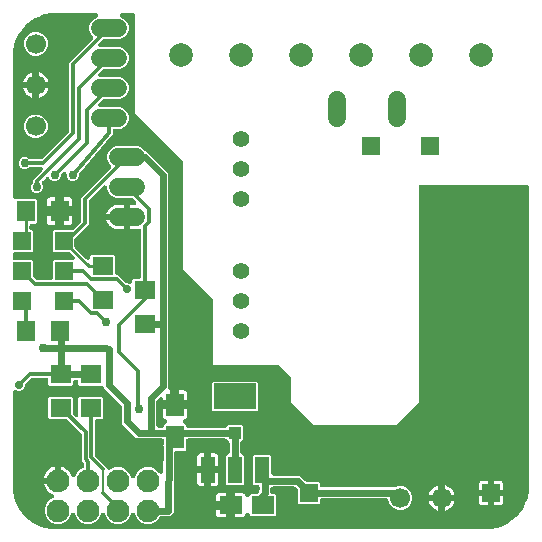
<source format=gbr>
G04 EAGLE Gerber RS-274X export*
G75*
%MOMM*%
%FSLAX34Y34*%
%LPD*%
%INTop Copper*%
%IPPOS*%
%AMOC8*
5,1,8,0,0,1.08239X$1,22.5*%
G01*
%ADD10R,1.500000X1.950000*%
%ADD11R,1.950000X1.500000*%
%ADD12R,1.803000X1.600000*%
%ADD13R,1.219200X2.235200*%
%ADD14R,3.600000X2.200000*%
%ADD15C,1.408000*%
%ADD16C,1.930400*%
%ADD17C,2.000000*%
%ADD18R,1.524000X1.524000*%
%ADD19C,1.524000*%
%ADD20C,1.700000*%
%ADD21R,1.500000X1.500000*%
%ADD22R,1.600000X1.803000*%
%ADD23C,0.304800*%
%ADD24C,0.203200*%
%ADD25C,0.756400*%
%ADD26C,0.609600*%
%ADD27R,1.006400X1.006400*%
%ADD28C,0.254000*%
%ADD29C,0.711200*%

G36*
X411529Y10166D02*
X411529Y10166D01*
X411594Y10164D01*
X415348Y10375D01*
X415353Y10375D01*
X415357Y10375D01*
X415686Y10422D01*
X423006Y12093D01*
X423064Y12113D01*
X423125Y12124D01*
X423308Y12195D01*
X423387Y12221D01*
X423408Y12233D01*
X423435Y12243D01*
X430199Y15501D01*
X430252Y15533D01*
X430309Y15558D01*
X430472Y15667D01*
X430543Y15711D01*
X430560Y15727D01*
X430584Y15743D01*
X436454Y20424D01*
X436499Y20467D01*
X436549Y20504D01*
X436683Y20647D01*
X436743Y20705D01*
X436756Y20724D01*
X436776Y20746D01*
X441457Y26616D01*
X441491Y26668D01*
X441531Y26714D01*
X441630Y26884D01*
X441676Y26954D01*
X441684Y26975D01*
X441699Y27001D01*
X444957Y33765D01*
X444978Y33823D01*
X445007Y33878D01*
X445066Y34065D01*
X445095Y34143D01*
X445098Y34167D01*
X445107Y34194D01*
X446778Y41514D01*
X446778Y41519D01*
X446780Y41524D01*
X446825Y41852D01*
X447036Y45606D01*
X447034Y45655D01*
X447039Y45720D01*
X447039Y299720D01*
X447037Y299738D01*
X447039Y299756D01*
X447018Y299938D01*
X446999Y300121D01*
X446994Y300138D01*
X446992Y300155D01*
X446935Y300330D01*
X446881Y300506D01*
X446873Y300521D01*
X446867Y300538D01*
X446777Y300698D01*
X446689Y300860D01*
X446678Y300873D01*
X446669Y300889D01*
X446549Y301028D01*
X446432Y301169D01*
X446418Y301180D01*
X446406Y301194D01*
X446261Y301306D01*
X446118Y301421D01*
X446102Y301429D01*
X446088Y301440D01*
X445923Y301522D01*
X445761Y301607D01*
X445744Y301612D01*
X445728Y301620D01*
X445549Y301667D01*
X445374Y301718D01*
X445356Y301720D01*
X445339Y301724D01*
X445008Y301751D01*
X355600Y301751D01*
X355582Y301749D01*
X355564Y301751D01*
X355382Y301730D01*
X355199Y301711D01*
X355182Y301706D01*
X355165Y301704D01*
X354990Y301647D01*
X354814Y301593D01*
X354799Y301585D01*
X354782Y301579D01*
X354622Y301489D01*
X354460Y301401D01*
X354447Y301390D01*
X354431Y301381D01*
X354292Y301261D01*
X354151Y301144D01*
X354140Y301130D01*
X354127Y301118D01*
X354014Y300973D01*
X353899Y300830D01*
X353891Y300814D01*
X353880Y300800D01*
X353798Y300635D01*
X353713Y300473D01*
X353708Y300456D01*
X353700Y300440D01*
X353652Y300260D01*
X353602Y300086D01*
X353600Y300068D01*
X353596Y300051D01*
X353569Y299720D01*
X353569Y117681D01*
X334439Y98551D01*
X265001Y98551D01*
X245871Y117681D01*
X245871Y137160D01*
X245869Y137187D01*
X245871Y137213D01*
X245849Y137387D01*
X245831Y137561D01*
X245824Y137586D01*
X245820Y137613D01*
X245765Y137778D01*
X245713Y137946D01*
X245700Y137969D01*
X245692Y137994D01*
X245605Y138146D01*
X245521Y138300D01*
X245504Y138320D01*
X245491Y138343D01*
X245276Y138596D01*
X235116Y148756D01*
X235096Y148773D01*
X235078Y148794D01*
X234940Y148901D01*
X234805Y149011D01*
X234781Y149024D01*
X234760Y149040D01*
X234603Y149118D01*
X234449Y149200D01*
X234424Y149208D01*
X234400Y149220D01*
X234230Y149265D01*
X234063Y149315D01*
X234037Y149317D01*
X234011Y149324D01*
X233680Y149351D01*
X179831Y149351D01*
X179831Y203200D01*
X179829Y203227D01*
X179831Y203253D01*
X179809Y203427D01*
X179791Y203601D01*
X179784Y203626D01*
X179780Y203653D01*
X179725Y203818D01*
X179673Y203986D01*
X179660Y204009D01*
X179652Y204034D01*
X179565Y204186D01*
X179481Y204340D01*
X179464Y204360D01*
X179451Y204383D01*
X179236Y204636D01*
X154431Y229441D01*
X154431Y320040D01*
X154429Y320067D01*
X154431Y320093D01*
X154409Y320267D01*
X154391Y320441D01*
X154384Y320466D01*
X154380Y320493D01*
X154325Y320658D01*
X154273Y320826D01*
X154260Y320849D01*
X154252Y320874D01*
X154165Y321026D01*
X154081Y321180D01*
X154064Y321200D01*
X154051Y321223D01*
X153836Y321476D01*
X113791Y361521D01*
X113791Y445008D01*
X113789Y445026D01*
X113791Y445044D01*
X113770Y445226D01*
X113751Y445409D01*
X113746Y445426D01*
X113744Y445443D01*
X113687Y445618D01*
X113633Y445794D01*
X113625Y445809D01*
X113619Y445826D01*
X113529Y445986D01*
X113441Y446148D01*
X113430Y446161D01*
X113421Y446177D01*
X113301Y446316D01*
X113184Y446457D01*
X113170Y446468D01*
X113158Y446482D01*
X113013Y446594D01*
X112870Y446709D01*
X112854Y446717D01*
X112840Y446728D01*
X112675Y446810D01*
X112513Y446895D01*
X112496Y446900D01*
X112480Y446908D01*
X112301Y446955D01*
X112126Y447006D01*
X112108Y447008D01*
X112091Y447012D01*
X111760Y447039D01*
X102509Y447039D01*
X102505Y447039D01*
X102500Y447039D01*
X102306Y447019D01*
X102109Y446999D01*
X102104Y446998D01*
X102100Y446998D01*
X101912Y446939D01*
X101724Y446881D01*
X101720Y446879D01*
X101716Y446878D01*
X101541Y446782D01*
X101370Y446689D01*
X101366Y446687D01*
X101362Y446684D01*
X101210Y446556D01*
X101061Y446432D01*
X101058Y446428D01*
X101054Y446425D01*
X100929Y446268D01*
X100808Y446118D01*
X100806Y446114D01*
X100803Y446111D01*
X100710Y445929D01*
X100623Y445761D01*
X100621Y445756D01*
X100619Y445752D01*
X100565Y445562D01*
X100511Y445374D01*
X100511Y445369D01*
X100510Y445365D01*
X100495Y445172D01*
X100478Y444972D01*
X100479Y444968D01*
X100479Y444964D01*
X100502Y444770D01*
X100525Y444573D01*
X100527Y444568D01*
X100527Y444564D01*
X100589Y444379D01*
X100650Y444190D01*
X100652Y444186D01*
X100654Y444182D01*
X100750Y444013D01*
X100848Y443839D01*
X100851Y443836D01*
X100853Y443832D01*
X100981Y443685D01*
X101111Y443535D01*
X101115Y443532D01*
X101118Y443528D01*
X101275Y443408D01*
X101429Y443288D01*
X101433Y443286D01*
X101437Y443283D01*
X101732Y443131D01*
X104240Y442093D01*
X106813Y439520D01*
X108205Y436159D01*
X108205Y432521D01*
X106813Y429160D01*
X104240Y426587D01*
X100879Y425195D01*
X87448Y425195D01*
X87422Y425193D01*
X87395Y425195D01*
X87221Y425173D01*
X87048Y425155D01*
X87022Y425148D01*
X86995Y425144D01*
X86830Y425089D01*
X86663Y425037D01*
X86639Y425024D01*
X86614Y425016D01*
X86463Y424929D01*
X86309Y424845D01*
X86288Y424828D01*
X86265Y424815D01*
X86012Y424600D01*
X82964Y421552D01*
X82958Y421545D01*
X82951Y421540D01*
X82831Y421390D01*
X82709Y421241D01*
X82705Y421233D01*
X82699Y421226D01*
X82611Y421056D01*
X82520Y420885D01*
X82518Y420876D01*
X82513Y420869D01*
X82460Y420684D01*
X82405Y420499D01*
X82405Y420490D01*
X82402Y420482D01*
X82386Y420291D01*
X82369Y420098D01*
X82370Y420089D01*
X82369Y420080D01*
X82391Y419891D01*
X82412Y419698D01*
X82415Y419689D01*
X82416Y419681D01*
X82475Y419499D01*
X82534Y419314D01*
X82538Y419306D01*
X82541Y419298D01*
X82636Y419129D01*
X82729Y418962D01*
X82734Y418955D01*
X82739Y418947D01*
X82865Y418801D01*
X82989Y418655D01*
X82996Y418649D01*
X83002Y418642D01*
X83153Y418525D01*
X83305Y418405D01*
X83313Y418401D01*
X83320Y418396D01*
X83492Y418310D01*
X83664Y418223D01*
X83673Y418220D01*
X83681Y418216D01*
X83867Y418166D01*
X84052Y418115D01*
X84061Y418114D01*
X84069Y418112D01*
X84400Y418085D01*
X100879Y418085D01*
X104240Y416693D01*
X106813Y414120D01*
X108205Y410759D01*
X108205Y407121D01*
X106813Y403760D01*
X104240Y401187D01*
X100879Y399795D01*
X87448Y399795D01*
X87422Y399793D01*
X87395Y399795D01*
X87221Y399773D01*
X87048Y399755D01*
X87022Y399748D01*
X86995Y399744D01*
X86830Y399689D01*
X86663Y399637D01*
X86639Y399624D01*
X86614Y399616D01*
X86462Y399529D01*
X86309Y399445D01*
X86288Y399428D01*
X86265Y399415D01*
X86012Y399200D01*
X82964Y396152D01*
X82958Y396145D01*
X82951Y396140D01*
X82831Y395990D01*
X82709Y395841D01*
X82705Y395833D01*
X82699Y395826D01*
X82610Y395655D01*
X82520Y395485D01*
X82518Y395477D01*
X82513Y395469D01*
X82460Y395283D01*
X82405Y395099D01*
X82405Y395090D01*
X82402Y395082D01*
X82386Y394890D01*
X82369Y394698D01*
X82370Y394689D01*
X82369Y394680D01*
X82391Y394491D01*
X82412Y394298D01*
X82415Y394289D01*
X82416Y394281D01*
X82475Y394099D01*
X82534Y393914D01*
X82538Y393906D01*
X82541Y393898D01*
X82636Y393729D01*
X82729Y393562D01*
X82734Y393555D01*
X82739Y393547D01*
X82865Y393401D01*
X82989Y393255D01*
X82996Y393249D01*
X83002Y393242D01*
X83154Y393125D01*
X83305Y393005D01*
X83313Y393001D01*
X83320Y392996D01*
X83492Y392910D01*
X83664Y392823D01*
X83673Y392820D01*
X83681Y392816D01*
X83867Y392766D01*
X84052Y392715D01*
X84061Y392714D01*
X84069Y392712D01*
X84400Y392685D01*
X100879Y392685D01*
X104240Y391293D01*
X106813Y388720D01*
X108205Y385359D01*
X108205Y381721D01*
X106813Y378360D01*
X104240Y375787D01*
X100879Y374395D01*
X87448Y374395D01*
X87422Y374393D01*
X87395Y374395D01*
X87221Y374373D01*
X87048Y374355D01*
X87022Y374348D01*
X86995Y374344D01*
X86830Y374289D01*
X86663Y374237D01*
X86639Y374224D01*
X86614Y374216D01*
X86462Y374129D01*
X86309Y374045D01*
X86288Y374028D01*
X86265Y374015D01*
X86012Y373800D01*
X82964Y370752D01*
X82958Y370745D01*
X82951Y370740D01*
X82831Y370590D01*
X82709Y370441D01*
X82705Y370433D01*
X82699Y370426D01*
X82610Y370255D01*
X82520Y370085D01*
X82518Y370077D01*
X82513Y370069D01*
X82460Y369883D01*
X82405Y369699D01*
X82405Y369690D01*
X82402Y369682D01*
X82386Y369490D01*
X82369Y369298D01*
X82370Y369289D01*
X82369Y369280D01*
X82391Y369091D01*
X82412Y368898D01*
X82415Y368889D01*
X82416Y368881D01*
X82475Y368699D01*
X82534Y368514D01*
X82538Y368506D01*
X82541Y368498D01*
X82636Y368329D01*
X82729Y368162D01*
X82734Y368155D01*
X82739Y368147D01*
X82865Y368001D01*
X82989Y367855D01*
X82996Y367849D01*
X83002Y367842D01*
X83153Y367725D01*
X83305Y367605D01*
X83313Y367601D01*
X83320Y367596D01*
X83492Y367510D01*
X83664Y367423D01*
X83673Y367420D01*
X83681Y367416D01*
X83867Y367366D01*
X84052Y367315D01*
X84061Y367314D01*
X84069Y367312D01*
X84400Y367285D01*
X100879Y367285D01*
X104240Y365893D01*
X106813Y363320D01*
X108205Y359959D01*
X108205Y356321D01*
X106813Y352960D01*
X104240Y350387D01*
X101425Y349221D01*
X100879Y348995D01*
X96520Y348995D01*
X96502Y348993D01*
X96484Y348995D01*
X96302Y348974D01*
X96119Y348955D01*
X96102Y348950D01*
X96085Y348948D01*
X95910Y348891D01*
X95734Y348837D01*
X95719Y348829D01*
X95702Y348823D01*
X95542Y348733D01*
X95380Y348645D01*
X95367Y348634D01*
X95351Y348625D01*
X95212Y348505D01*
X95071Y348388D01*
X95060Y348374D01*
X95046Y348362D01*
X94934Y348217D01*
X94819Y348074D01*
X94811Y348058D01*
X94800Y348044D01*
X94718Y347879D01*
X94633Y347717D01*
X94628Y347700D01*
X94620Y347684D01*
X94573Y347505D01*
X94522Y347330D01*
X94520Y347312D01*
X94516Y347295D01*
X94489Y346964D01*
X94489Y345635D01*
X94495Y345570D01*
X94495Y345479D01*
X94587Y344276D01*
X93734Y343422D01*
X93693Y343372D01*
X93628Y343308D01*
X66756Y311957D01*
X66670Y311834D01*
X66578Y311715D01*
X66555Y311669D01*
X66525Y311627D01*
X66465Y311489D01*
X66398Y311355D01*
X66385Y311305D01*
X66365Y311258D01*
X66333Y311111D01*
X66294Y310966D01*
X66289Y310908D01*
X66280Y310864D01*
X66279Y310779D01*
X66267Y310635D01*
X66267Y308824D01*
X65459Y306874D01*
X63966Y305381D01*
X62016Y304573D01*
X59904Y304573D01*
X57954Y305381D01*
X56461Y306874D01*
X55653Y308824D01*
X55653Y310598D01*
X55652Y310607D01*
X55653Y310616D01*
X55633Y310806D01*
X55613Y310998D01*
X55611Y311007D01*
X55610Y311016D01*
X55552Y311199D01*
X55495Y311383D01*
X55491Y311391D01*
X55488Y311400D01*
X55395Y311568D01*
X55303Y311737D01*
X55298Y311744D01*
X55293Y311752D01*
X55169Y311899D01*
X55046Y312047D01*
X55039Y312052D01*
X55033Y312059D01*
X54882Y312178D01*
X54732Y312299D01*
X54724Y312303D01*
X54717Y312309D01*
X54544Y312397D01*
X54375Y312485D01*
X54366Y312487D01*
X54358Y312491D01*
X54171Y312543D01*
X53988Y312596D01*
X53979Y312597D01*
X53970Y312599D01*
X53778Y312613D01*
X53586Y312629D01*
X53578Y312628D01*
X53569Y312628D01*
X53377Y312604D01*
X53187Y312582D01*
X53178Y312579D01*
X53169Y312578D01*
X52987Y312517D01*
X52804Y312457D01*
X52796Y312453D01*
X52788Y312450D01*
X52620Y312354D01*
X52453Y312259D01*
X52446Y312253D01*
X52439Y312249D01*
X52186Y312034D01*
X51622Y311470D01*
X51605Y311449D01*
X51584Y311432D01*
X51477Y311294D01*
X51367Y311159D01*
X51354Y311135D01*
X51338Y311114D01*
X51260Y310957D01*
X51178Y310803D01*
X51170Y310777D01*
X51158Y310753D01*
X51113Y310584D01*
X51063Y310417D01*
X51061Y310390D01*
X51054Y310365D01*
X51027Y310034D01*
X51027Y308824D01*
X50219Y306874D01*
X48726Y305381D01*
X46776Y304573D01*
X44664Y304573D01*
X42714Y305381D01*
X41221Y306874D01*
X41109Y307145D01*
X41102Y307157D01*
X41098Y307170D01*
X41008Y307334D01*
X40919Y307500D01*
X40910Y307511D01*
X40904Y307522D01*
X40782Y307666D01*
X40662Y307811D01*
X40652Y307819D01*
X40643Y307829D01*
X40496Y307945D01*
X40350Y308064D01*
X40338Y308071D01*
X40327Y308079D01*
X40160Y308164D01*
X39993Y308251D01*
X39980Y308255D01*
X39968Y308261D01*
X39787Y308312D01*
X39607Y308364D01*
X39593Y308366D01*
X39580Y308369D01*
X39392Y308383D01*
X39206Y308399D01*
X39192Y308398D01*
X39179Y308399D01*
X38992Y308375D01*
X38805Y308354D01*
X38793Y308350D01*
X38779Y308348D01*
X38602Y308288D01*
X38422Y308231D01*
X38410Y308224D01*
X38398Y308220D01*
X38235Y308126D01*
X38071Y308034D01*
X38060Y308026D01*
X38049Y308019D01*
X37796Y307804D01*
X35276Y305285D01*
X35262Y305267D01*
X35245Y305253D01*
X35135Y305112D01*
X35021Y304973D01*
X35011Y304954D01*
X34997Y304936D01*
X34916Y304775D01*
X34833Y304617D01*
X34826Y304596D01*
X34816Y304576D01*
X34769Y304403D01*
X34718Y304232D01*
X34716Y304209D01*
X34710Y304188D01*
X34698Y304009D01*
X34681Y303831D01*
X34684Y303808D01*
X34682Y303786D01*
X34705Y303609D01*
X34725Y303430D01*
X34731Y303409D01*
X34734Y303387D01*
X34836Y303071D01*
X35787Y300776D01*
X35787Y298664D01*
X34979Y296714D01*
X33486Y295221D01*
X31536Y294413D01*
X29424Y294413D01*
X27474Y295221D01*
X25981Y296714D01*
X25173Y298664D01*
X25173Y300776D01*
X25981Y302726D01*
X26836Y303581D01*
X26853Y303602D01*
X26874Y303619D01*
X26981Y303757D01*
X27091Y303893D01*
X27104Y303916D01*
X27120Y303937D01*
X27198Y304094D01*
X27280Y304248D01*
X27288Y304274D01*
X27300Y304298D01*
X27345Y304467D01*
X27395Y304634D01*
X27397Y304661D01*
X27404Y304687D01*
X27431Y305018D01*
X27431Y306063D01*
X29812Y308444D01*
X34892Y313524D01*
X34898Y313531D01*
X34905Y313536D01*
X35025Y313686D01*
X35147Y313835D01*
X35151Y313843D01*
X35157Y313850D01*
X35245Y314020D01*
X35336Y314191D01*
X35338Y314200D01*
X35343Y314207D01*
X35396Y314392D01*
X35451Y314577D01*
X35451Y314586D01*
X35454Y314594D01*
X35470Y314786D01*
X35487Y314978D01*
X35486Y314987D01*
X35487Y314996D01*
X35465Y315185D01*
X35444Y315378D01*
X35441Y315387D01*
X35440Y315395D01*
X35381Y315577D01*
X35322Y315762D01*
X35318Y315770D01*
X35315Y315778D01*
X35221Y315946D01*
X35127Y316114D01*
X35122Y316121D01*
X35117Y316129D01*
X34991Y316275D01*
X34867Y316421D01*
X34860Y316427D01*
X34854Y316434D01*
X34703Y316551D01*
X34551Y316671D01*
X34543Y316675D01*
X34536Y316680D01*
X34364Y316766D01*
X34192Y316853D01*
X34183Y316856D01*
X34175Y316860D01*
X33989Y316910D01*
X33804Y316961D01*
X33795Y316962D01*
X33787Y316964D01*
X33456Y316991D01*
X25618Y316991D01*
X25591Y316989D01*
X25564Y316991D01*
X25390Y316969D01*
X25217Y316951D01*
X25191Y316944D01*
X25165Y316940D01*
X24999Y316885D01*
X24832Y316833D01*
X24808Y316820D01*
X24783Y316812D01*
X24631Y316725D01*
X24478Y316641D01*
X24457Y316624D01*
X24434Y316611D01*
X24181Y316396D01*
X23326Y315541D01*
X21376Y314733D01*
X19264Y314733D01*
X17314Y315541D01*
X15821Y317034D01*
X15013Y318984D01*
X15013Y321096D01*
X15821Y323046D01*
X17314Y324539D01*
X18820Y325162D01*
X18820Y325163D01*
X19264Y325347D01*
X21376Y325347D01*
X23326Y324539D01*
X24181Y323684D01*
X24202Y323667D01*
X24219Y323646D01*
X24357Y323539D01*
X24493Y323429D01*
X24516Y323416D01*
X24537Y323400D01*
X24694Y323322D01*
X24848Y323240D01*
X24874Y323232D01*
X24898Y323220D01*
X25067Y323175D01*
X25234Y323125D01*
X25261Y323123D01*
X25287Y323116D01*
X25618Y323089D01*
X33456Y323089D01*
X33482Y323091D01*
X33509Y323089D01*
X33683Y323111D01*
X33856Y323129D01*
X33882Y323136D01*
X33909Y323140D01*
X34074Y323195D01*
X34241Y323247D01*
X34265Y323260D01*
X34290Y323268D01*
X34442Y323355D01*
X34595Y323439D01*
X34616Y323456D01*
X34639Y323469D01*
X34892Y323684D01*
X57316Y346108D01*
X57333Y346129D01*
X57354Y346146D01*
X57461Y346284D01*
X57571Y346419D01*
X57584Y346443D01*
X57600Y346464D01*
X57678Y346621D01*
X57760Y346775D01*
X57768Y346801D01*
X57780Y346825D01*
X57825Y346994D01*
X57875Y347161D01*
X57877Y347188D01*
X57884Y347213D01*
X57911Y347544D01*
X57911Y405123D01*
X60292Y407504D01*
X77572Y424783D01*
X77583Y424797D01*
X77597Y424808D01*
X77710Y424953D01*
X77827Y425095D01*
X77835Y425110D01*
X77846Y425124D01*
X77929Y425288D01*
X78015Y425450D01*
X78020Y425467D01*
X78028Y425483D01*
X78078Y425661D01*
X78130Y425836D01*
X78132Y425854D01*
X78136Y425871D01*
X78150Y426054D01*
X78166Y426237D01*
X78165Y426255D01*
X78166Y426273D01*
X78143Y426455D01*
X78123Y426637D01*
X78118Y426655D01*
X78115Y426672D01*
X78057Y426846D01*
X78002Y427021D01*
X77993Y427037D01*
X77987Y427054D01*
X77895Y427213D01*
X77807Y427374D01*
X77795Y427387D01*
X77786Y427403D01*
X77572Y427656D01*
X76067Y429160D01*
X74675Y432521D01*
X74675Y436159D01*
X76067Y439520D01*
X78640Y442093D01*
X81148Y443131D01*
X81152Y443133D01*
X81156Y443135D01*
X81329Y443228D01*
X81503Y443322D01*
X81506Y443324D01*
X81510Y443327D01*
X81659Y443451D01*
X81813Y443578D01*
X81816Y443581D01*
X81819Y443584D01*
X81942Y443737D01*
X82067Y443891D01*
X82069Y443895D01*
X82072Y443898D01*
X82162Y444071D01*
X82254Y444247D01*
X82255Y444251D01*
X82257Y444255D01*
X82311Y444443D01*
X82367Y444634D01*
X82367Y444638D01*
X82369Y444642D01*
X82385Y444840D01*
X82402Y445035D01*
X82401Y445039D01*
X82402Y445044D01*
X82379Y445238D01*
X82357Y445435D01*
X82355Y445439D01*
X82355Y445443D01*
X82294Y445629D01*
X82233Y445818D01*
X82231Y445822D01*
X82230Y445826D01*
X82133Y445998D01*
X82037Y446170D01*
X82034Y446173D01*
X82032Y446177D01*
X81904Y446325D01*
X81775Y446475D01*
X81772Y446478D01*
X81769Y446482D01*
X81614Y446602D01*
X81458Y446724D01*
X81454Y446726D01*
X81451Y446728D01*
X81273Y446817D01*
X81098Y446904D01*
X81094Y446906D01*
X81090Y446908D01*
X80898Y446959D01*
X80710Y447011D01*
X80706Y447011D01*
X80701Y447012D01*
X80371Y447039D01*
X45720Y447039D01*
X45671Y447034D01*
X45606Y447036D01*
X41852Y446825D01*
X41847Y446825D01*
X41843Y446825D01*
X41514Y446778D01*
X34194Y445107D01*
X34136Y445087D01*
X34075Y445076D01*
X33892Y445005D01*
X33813Y444979D01*
X33792Y444967D01*
X33765Y444957D01*
X27001Y441699D01*
X26948Y441667D01*
X26891Y441642D01*
X26728Y441533D01*
X26657Y441489D01*
X26640Y441473D01*
X26616Y441457D01*
X20746Y436776D01*
X20701Y436733D01*
X20651Y436696D01*
X20517Y436553D01*
X20457Y436495D01*
X20444Y436476D01*
X20424Y436454D01*
X15743Y430584D01*
X15709Y430532D01*
X15669Y430486D01*
X15569Y430316D01*
X15524Y430246D01*
X15516Y430225D01*
X15501Y430199D01*
X12243Y423435D01*
X12222Y423377D01*
X12193Y423322D01*
X12134Y423135D01*
X12105Y423057D01*
X12102Y423034D01*
X12093Y423006D01*
X10422Y415686D01*
X10422Y415681D01*
X10420Y415677D01*
X10375Y415348D01*
X10164Y411594D01*
X10166Y411545D01*
X10161Y411480D01*
X10161Y291971D01*
X10163Y291953D01*
X10161Y291935D01*
X10182Y291753D01*
X10201Y291570D01*
X10206Y291553D01*
X10208Y291536D01*
X10265Y291361D01*
X10319Y291185D01*
X10327Y291170D01*
X10333Y291153D01*
X10423Y290993D01*
X10511Y290831D01*
X10522Y290818D01*
X10531Y290802D01*
X10651Y290663D01*
X10768Y290522D01*
X10782Y290511D01*
X10794Y290497D01*
X10939Y290385D01*
X11082Y290270D01*
X11098Y290262D01*
X11112Y290251D01*
X11277Y290169D01*
X11439Y290084D01*
X11456Y290079D01*
X11472Y290071D01*
X11651Y290024D01*
X11826Y289973D01*
X11844Y289971D01*
X11861Y289967D01*
X12192Y289940D01*
X29972Y289940D01*
X30865Y289047D01*
X30865Y269753D01*
X29972Y268860D01*
X26166Y268860D01*
X26148Y268858D01*
X26130Y268860D01*
X25948Y268839D01*
X25765Y268820D01*
X25748Y268815D01*
X25731Y268813D01*
X25556Y268756D01*
X25380Y268702D01*
X25365Y268694D01*
X25348Y268688D01*
X25188Y268598D01*
X25026Y268510D01*
X25013Y268499D01*
X24997Y268490D01*
X24858Y268370D01*
X24717Y268253D01*
X24706Y268239D01*
X24692Y268227D01*
X24580Y268082D01*
X24465Y267939D01*
X24457Y267923D01*
X24446Y267909D01*
X24364Y267744D01*
X24279Y267582D01*
X24274Y267565D01*
X24266Y267549D01*
X24219Y267370D01*
X24168Y267195D01*
X24166Y267177D01*
X24162Y267160D01*
X24135Y266829D01*
X24135Y265056D01*
X24137Y265038D01*
X24135Y265020D01*
X24156Y264838D01*
X24175Y264655D01*
X24180Y264638D01*
X24182Y264621D01*
X24239Y264446D01*
X24293Y264270D01*
X24301Y264255D01*
X24307Y264238D01*
X24397Y264078D01*
X24485Y263916D01*
X24496Y263903D01*
X24505Y263887D01*
X24625Y263748D01*
X24742Y263607D01*
X24756Y263596D01*
X24768Y263582D01*
X24913Y263470D01*
X25056Y263355D01*
X25072Y263347D01*
X25086Y263336D01*
X25251Y263254D01*
X25413Y263169D01*
X25430Y263164D01*
X25446Y263156D01*
X25625Y263109D01*
X25800Y263058D01*
X25818Y263056D01*
X25835Y263052D01*
X26166Y263025D01*
X26192Y263025D01*
X27085Y262132D01*
X27085Y245868D01*
X26192Y244975D01*
X12192Y244975D01*
X12174Y244973D01*
X12156Y244975D01*
X11974Y244954D01*
X11791Y244935D01*
X11774Y244930D01*
X11757Y244928D01*
X11582Y244871D01*
X11406Y244817D01*
X11391Y244809D01*
X11374Y244803D01*
X11214Y244713D01*
X11052Y244625D01*
X11039Y244614D01*
X11023Y244605D01*
X10884Y244485D01*
X10743Y244368D01*
X10732Y244354D01*
X10718Y244342D01*
X10606Y244197D01*
X10491Y244054D01*
X10483Y244038D01*
X10472Y244024D01*
X10390Y243859D01*
X10305Y243697D01*
X10300Y243680D01*
X10292Y243664D01*
X10245Y243485D01*
X10194Y243310D01*
X10192Y243292D01*
X10188Y243275D01*
X10161Y242944D01*
X10161Y239656D01*
X10163Y239638D01*
X10161Y239620D01*
X10182Y239438D01*
X10201Y239255D01*
X10206Y239238D01*
X10208Y239221D01*
X10265Y239046D01*
X10319Y238870D01*
X10327Y238855D01*
X10333Y238838D01*
X10423Y238678D01*
X10511Y238516D01*
X10522Y238503D01*
X10531Y238487D01*
X10651Y238348D01*
X10768Y238207D01*
X10782Y238196D01*
X10794Y238182D01*
X10939Y238070D01*
X11082Y237955D01*
X11098Y237947D01*
X11112Y237936D01*
X11277Y237854D01*
X11439Y237769D01*
X11456Y237764D01*
X11472Y237756D01*
X11651Y237709D01*
X11826Y237658D01*
X11844Y237656D01*
X11861Y237652D01*
X12192Y237625D01*
X26192Y237625D01*
X27085Y236732D01*
X27085Y224728D01*
X27087Y224702D01*
X27085Y224675D01*
X27107Y224501D01*
X27125Y224328D01*
X27132Y224302D01*
X27136Y224275D01*
X27191Y224110D01*
X27243Y223943D01*
X27256Y223919D01*
X27264Y223894D01*
X27351Y223742D01*
X27435Y223589D01*
X27452Y223568D01*
X27465Y223545D01*
X27680Y223292D01*
X29276Y221696D01*
X29297Y221679D01*
X29314Y221658D01*
X29452Y221551D01*
X29587Y221441D01*
X29611Y221428D01*
X29632Y221412D01*
X29789Y221334D01*
X29943Y221252D01*
X29969Y221244D01*
X29993Y221232D01*
X30162Y221187D01*
X30329Y221137D01*
X30356Y221135D01*
X30381Y221128D01*
X30712Y221101D01*
X42004Y221101D01*
X42022Y221103D01*
X42040Y221101D01*
X42222Y221122D01*
X42405Y221141D01*
X42422Y221146D01*
X42439Y221148D01*
X42614Y221205D01*
X42790Y221259D01*
X42805Y221267D01*
X42822Y221273D01*
X42982Y221363D01*
X43144Y221451D01*
X43157Y221462D01*
X43173Y221471D01*
X43312Y221591D01*
X43453Y221708D01*
X43464Y221722D01*
X43478Y221734D01*
X43590Y221879D01*
X43705Y222022D01*
X43713Y222038D01*
X43724Y222052D01*
X43806Y222217D01*
X43891Y222379D01*
X43896Y222396D01*
X43904Y222412D01*
X43951Y222591D01*
X44002Y222766D01*
X44004Y222784D01*
X44008Y222801D01*
X44035Y223132D01*
X44035Y236732D01*
X44928Y237625D01*
X60579Y237625D01*
X60588Y237626D01*
X60597Y237625D01*
X60789Y237646D01*
X60980Y237665D01*
X60988Y237667D01*
X60997Y237668D01*
X61179Y237726D01*
X61365Y237783D01*
X61373Y237787D01*
X61381Y237790D01*
X61549Y237883D01*
X61719Y237975D01*
X61725Y237980D01*
X61733Y237985D01*
X61880Y238109D01*
X62028Y238232D01*
X62034Y238239D01*
X62040Y238245D01*
X62159Y238395D01*
X62280Y238546D01*
X62284Y238554D01*
X62290Y238561D01*
X62378Y238734D01*
X62466Y238903D01*
X62468Y238912D01*
X62472Y238920D01*
X62524Y239106D01*
X62577Y239290D01*
X62578Y239299D01*
X62580Y239308D01*
X62594Y239501D01*
X62610Y239692D01*
X62609Y239700D01*
X62610Y239709D01*
X62585Y239902D01*
X62563Y240091D01*
X62560Y240100D01*
X62559Y240109D01*
X62498Y240292D01*
X62438Y240474D01*
X62434Y240482D01*
X62431Y240490D01*
X62335Y240657D01*
X62240Y240825D01*
X62235Y240832D01*
X62230Y240839D01*
X62015Y241092D01*
X58727Y244380D01*
X58707Y244397D01*
X58689Y244418D01*
X58551Y244524D01*
X58416Y244635D01*
X58392Y244648D01*
X58371Y244664D01*
X58215Y244742D01*
X58060Y244824D01*
X58034Y244832D01*
X58011Y244844D01*
X57842Y244889D01*
X57674Y244939D01*
X57648Y244941D01*
X57622Y244948D01*
X57291Y244975D01*
X44928Y244975D01*
X44035Y245868D01*
X44035Y262132D01*
X44928Y263025D01*
X59752Y263025D01*
X59778Y263027D01*
X59805Y263025D01*
X59979Y263047D01*
X60152Y263065D01*
X60178Y263072D01*
X60205Y263076D01*
X60370Y263132D01*
X60537Y263183D01*
X60561Y263196D01*
X60586Y263204D01*
X60738Y263291D01*
X60891Y263375D01*
X60912Y263392D01*
X60935Y263405D01*
X61188Y263620D01*
X67476Y269908D01*
X67493Y269929D01*
X67514Y269946D01*
X67621Y270084D01*
X67731Y270219D01*
X67744Y270243D01*
X67760Y270264D01*
X67838Y270421D01*
X67920Y270575D01*
X67928Y270601D01*
X67940Y270625D01*
X67985Y270794D01*
X68035Y270961D01*
X68037Y270988D01*
X68044Y271013D01*
X68071Y271344D01*
X68071Y290823D01*
X70452Y293203D01*
X70452Y293204D01*
X92812Y315563D01*
X92823Y315577D01*
X92837Y315588D01*
X92950Y315733D01*
X93067Y315875D01*
X93075Y315890D01*
X93086Y315904D01*
X93170Y316069D01*
X93255Y316230D01*
X93260Y316247D01*
X93268Y316263D01*
X93318Y316441D01*
X93370Y316616D01*
X93372Y316634D01*
X93376Y316651D01*
X93390Y316834D01*
X93406Y317017D01*
X93405Y317035D01*
X93406Y317053D01*
X93383Y317235D01*
X93363Y317417D01*
X93358Y317435D01*
X93355Y317452D01*
X93297Y317626D01*
X93242Y317801D01*
X93233Y317817D01*
X93227Y317834D01*
X93135Y317993D01*
X93047Y318154D01*
X93035Y318167D01*
X93026Y318183D01*
X92812Y318436D01*
X91307Y319940D01*
X89915Y323301D01*
X89915Y326939D01*
X91307Y330300D01*
X93880Y332873D01*
X97241Y334265D01*
X116119Y334265D01*
X119480Y332873D01*
X122254Y330098D01*
X122278Y330079D01*
X122299Y330055D01*
X122434Y329951D01*
X122566Y329843D01*
X122593Y329829D01*
X122618Y329810D01*
X122913Y329658D01*
X124510Y328997D01*
X141037Y312470D01*
X141733Y310790D01*
X141733Y130009D01*
X141720Y129850D01*
X141702Y129663D01*
X141703Y129650D01*
X141702Y129636D01*
X141724Y129449D01*
X141744Y129263D01*
X141748Y129250D01*
X141749Y129237D01*
X141807Y129058D01*
X141863Y128878D01*
X141870Y128867D01*
X141874Y128854D01*
X141966Y128690D01*
X142057Y128525D01*
X142065Y128515D01*
X142072Y128503D01*
X142194Y128361D01*
X142316Y128217D01*
X142326Y128209D01*
X142335Y128198D01*
X142483Y128084D01*
X142631Y127966D01*
X142643Y127960D01*
X142653Y127952D01*
X142821Y127868D01*
X142989Y127782D01*
X143002Y127778D01*
X143014Y127772D01*
X143196Y127723D01*
X143376Y127672D01*
X143389Y127671D01*
X143402Y127668D01*
X143571Y127654D01*
X143571Y119099D01*
X137279Y119099D01*
X137279Y119809D01*
X137278Y119817D01*
X137279Y119826D01*
X137258Y120018D01*
X137239Y120209D01*
X137237Y120218D01*
X137236Y120227D01*
X137178Y120409D01*
X137121Y120594D01*
X137117Y120602D01*
X137114Y120611D01*
X137021Y120779D01*
X136929Y120948D01*
X136924Y120955D01*
X136919Y120963D01*
X136794Y121111D01*
X136672Y121257D01*
X136665Y121263D01*
X136659Y121270D01*
X136507Y121390D01*
X136358Y121510D01*
X136350Y121514D01*
X136343Y121519D01*
X136171Y121607D01*
X136001Y121695D01*
X135992Y121698D01*
X135984Y121702D01*
X135798Y121754D01*
X135614Y121807D01*
X135605Y121807D01*
X135596Y121810D01*
X135404Y121824D01*
X135212Y121840D01*
X135204Y121839D01*
X135195Y121839D01*
X135002Y121815D01*
X134813Y121793D01*
X134804Y121790D01*
X134795Y121789D01*
X134612Y121727D01*
X134430Y121668D01*
X134422Y121663D01*
X134414Y121661D01*
X134248Y121565D01*
X134079Y121470D01*
X134072Y121464D01*
X134065Y121460D01*
X133812Y121245D01*
X132168Y119601D01*
X132151Y119580D01*
X132130Y119563D01*
X132024Y119425D01*
X131913Y119289D01*
X131900Y119266D01*
X131884Y119245D01*
X131806Y119088D01*
X131724Y118934D01*
X131716Y118908D01*
X131704Y118884D01*
X131659Y118715D01*
X131609Y118548D01*
X131607Y118521D01*
X131600Y118495D01*
X131573Y118165D01*
X131573Y98044D01*
X131575Y98026D01*
X131573Y98008D01*
X131594Y97826D01*
X131613Y97643D01*
X131618Y97626D01*
X131620Y97609D01*
X131677Y97434D01*
X131731Y97258D01*
X131739Y97243D01*
X131745Y97226D01*
X131835Y97066D01*
X131923Y96904D01*
X131934Y96891D01*
X131943Y96875D01*
X132063Y96736D01*
X132180Y96595D01*
X132194Y96584D01*
X132206Y96570D01*
X132351Y96458D01*
X132494Y96343D01*
X132510Y96335D01*
X132524Y96324D01*
X132689Y96242D01*
X132851Y96157D01*
X132868Y96152D01*
X132884Y96144D01*
X133063Y96097D01*
X133238Y96046D01*
X133256Y96044D01*
X133273Y96040D01*
X133604Y96013D01*
X136264Y96013D01*
X136282Y96015D01*
X136300Y96013D01*
X136482Y96034D01*
X136665Y96053D01*
X136682Y96058D01*
X136699Y96060D01*
X136874Y96117D01*
X137050Y96171D01*
X137065Y96179D01*
X137082Y96185D01*
X137242Y96275D01*
X137404Y96363D01*
X137417Y96374D01*
X137433Y96383D01*
X137572Y96503D01*
X137713Y96620D01*
X137724Y96634D01*
X137738Y96646D01*
X137850Y96791D01*
X137965Y96934D01*
X137973Y96950D01*
X137984Y96964D01*
X138066Y97129D01*
X138151Y97291D01*
X138156Y97308D01*
X138164Y97324D01*
X138211Y97503D01*
X138262Y97678D01*
X138264Y97696D01*
X138268Y97713D01*
X138295Y98044D01*
X138295Y98232D01*
X139267Y99203D01*
X139272Y99205D01*
X139406Y99237D01*
X139465Y99264D01*
X139526Y99283D01*
X139647Y99348D01*
X139772Y99406D01*
X139824Y99444D01*
X139880Y99475D01*
X139985Y99562D01*
X140097Y99644D01*
X140140Y99691D01*
X140189Y99732D01*
X140275Y99839D01*
X140368Y99941D01*
X140401Y99996D01*
X140442Y100046D01*
X140505Y100168D01*
X140576Y100286D01*
X140598Y100346D01*
X140627Y100403D01*
X140665Y100535D01*
X140712Y100665D01*
X140721Y100728D01*
X140739Y100790D01*
X140750Y100927D01*
X140770Y101063D01*
X140766Y101127D01*
X140772Y101192D01*
X140755Y101328D01*
X140748Y101465D01*
X140732Y101527D01*
X140725Y101591D01*
X140682Y101722D01*
X140648Y101855D01*
X140620Y101913D01*
X140600Y101974D01*
X140532Y102094D01*
X140472Y102218D01*
X140433Y102269D01*
X140402Y102325D01*
X140312Y102429D01*
X140229Y102538D01*
X140181Y102581D01*
X140139Y102629D01*
X140030Y102714D01*
X139927Y102805D01*
X139871Y102837D01*
X139821Y102876D01*
X139698Y102937D01*
X139579Y103006D01*
X139509Y103031D01*
X139460Y103056D01*
X139383Y103076D01*
X139266Y103118D01*
X138839Y103232D01*
X138260Y103567D01*
X137787Y104040D01*
X137452Y104619D01*
X137279Y105265D01*
X137279Y111601D01*
X145602Y111601D01*
X145620Y111602D01*
X145637Y111601D01*
X145820Y111622D01*
X146002Y111641D01*
X146019Y111646D01*
X146037Y111648D01*
X146212Y111705D01*
X146387Y111759D01*
X146403Y111767D01*
X146420Y111773D01*
X146580Y111863D01*
X146741Y111950D01*
X146755Y111962D01*
X146771Y111971D01*
X146910Y112091D01*
X147051Y112208D01*
X147062Y112222D01*
X147075Y112234D01*
X147188Y112379D01*
X147303Y112522D01*
X147311Y112538D01*
X147322Y112552D01*
X147323Y112554D01*
X147357Y112492D01*
X147368Y112479D01*
X147377Y112463D01*
X147497Y112324D01*
X147615Y112183D01*
X147628Y112172D01*
X147640Y112158D01*
X147785Y112046D01*
X147928Y111931D01*
X147944Y111923D01*
X147958Y111912D01*
X148123Y111830D01*
X148286Y111745D01*
X148303Y111740D01*
X148319Y111732D01*
X148497Y111684D01*
X148672Y111634D01*
X148690Y111632D01*
X148707Y111628D01*
X149038Y111601D01*
X157361Y111601D01*
X157361Y105265D01*
X157188Y104619D01*
X156853Y104040D01*
X156380Y103567D01*
X155801Y103232D01*
X155374Y103118D01*
X155245Y103070D01*
X155114Y103029D01*
X155057Y102999D01*
X154997Y102976D01*
X154881Y102903D01*
X154760Y102837D01*
X154710Y102796D01*
X154656Y102762D01*
X154556Y102668D01*
X154451Y102580D01*
X154410Y102530D01*
X154364Y102485D01*
X154284Y102373D01*
X154198Y102266D01*
X154169Y102209D01*
X154132Y102156D01*
X154076Y102031D01*
X154013Y101909D01*
X153995Y101847D01*
X153969Y101788D01*
X153939Y101654D01*
X153901Y101522D01*
X153896Y101457D01*
X153882Y101395D01*
X153880Y101258D01*
X153868Y101120D01*
X153876Y101056D01*
X153875Y100992D01*
X153899Y100857D01*
X153915Y100721D01*
X153935Y100659D01*
X153947Y100596D01*
X153998Y100469D01*
X154040Y100338D01*
X154072Y100282D01*
X154096Y100222D01*
X154171Y100107D01*
X154238Y99987D01*
X154280Y99939D01*
X154315Y99885D01*
X154412Y99786D01*
X154501Y99682D01*
X154552Y99643D01*
X154597Y99597D01*
X154711Y99520D01*
X154819Y99436D01*
X154877Y99407D01*
X154930Y99371D01*
X155057Y99318D01*
X155180Y99256D01*
X155242Y99240D01*
X155301Y99215D01*
X155377Y99200D01*
X156345Y98232D01*
X156345Y98044D01*
X156347Y98026D01*
X156345Y98008D01*
X156366Y97826D01*
X156385Y97643D01*
X156390Y97626D01*
X156392Y97609D01*
X156449Y97434D01*
X156503Y97258D01*
X156511Y97243D01*
X156517Y97226D01*
X156607Y97066D01*
X156695Y96904D01*
X156706Y96891D01*
X156715Y96875D01*
X156835Y96736D01*
X156952Y96595D01*
X156966Y96584D01*
X156978Y96570D01*
X157123Y96458D01*
X157266Y96343D01*
X157282Y96335D01*
X157296Y96324D01*
X157461Y96242D01*
X157623Y96157D01*
X157640Y96152D01*
X157656Y96144D01*
X157835Y96097D01*
X158010Y96046D01*
X158028Y96044D01*
X158045Y96040D01*
X158376Y96013D01*
X189631Y96013D01*
X189658Y96015D01*
X189684Y96013D01*
X189858Y96035D01*
X190032Y96053D01*
X190057Y96060D01*
X190084Y96064D01*
X190249Y96119D01*
X190417Y96171D01*
X190440Y96184D01*
X190465Y96192D01*
X190617Y96279D01*
X190771Y96363D01*
X190791Y96380D01*
X190814Y96393D01*
X191067Y96608D01*
X192456Y97997D01*
X203784Y97997D01*
X204677Y97104D01*
X204677Y85776D01*
X203288Y84387D01*
X203271Y84367D01*
X203250Y84349D01*
X203143Y84211D01*
X203033Y84076D01*
X203020Y84052D01*
X203004Y84031D01*
X202926Y83874D01*
X202844Y83720D01*
X202836Y83695D01*
X202824Y83671D01*
X202779Y83501D01*
X202729Y83334D01*
X202727Y83308D01*
X202720Y83282D01*
X202693Y82951D01*
X202693Y75184D01*
X202695Y75166D01*
X202693Y75148D01*
X202714Y74966D01*
X202733Y74783D01*
X202738Y74766D01*
X202740Y74749D01*
X202797Y74574D01*
X202851Y74398D01*
X202859Y74383D01*
X202865Y74366D01*
X202955Y74206D01*
X203043Y74044D01*
X203054Y74031D01*
X203063Y74015D01*
X203183Y73876D01*
X203300Y73735D01*
X203314Y73724D01*
X203326Y73710D01*
X203471Y73598D01*
X203614Y73483D01*
X203630Y73475D01*
X203644Y73464D01*
X203809Y73382D01*
X203971Y73297D01*
X203988Y73292D01*
X204004Y73284D01*
X204183Y73237D01*
X204358Y73186D01*
X204376Y73184D01*
X204393Y73180D01*
X204724Y73153D01*
X204848Y73153D01*
X205741Y72260D01*
X205741Y48644D01*
X204848Y47751D01*
X191392Y47751D01*
X190499Y48644D01*
X190499Y72260D01*
X191392Y73153D01*
X191516Y73153D01*
X191534Y73155D01*
X191552Y73153D01*
X191734Y73174D01*
X191917Y73193D01*
X191934Y73198D01*
X191951Y73200D01*
X192126Y73257D01*
X192302Y73311D01*
X192317Y73319D01*
X192334Y73325D01*
X192494Y73415D01*
X192656Y73503D01*
X192669Y73514D01*
X192685Y73523D01*
X192824Y73643D01*
X192965Y73760D01*
X192976Y73774D01*
X192990Y73786D01*
X193102Y73931D01*
X193217Y74074D01*
X193225Y74090D01*
X193236Y74104D01*
X193318Y74269D01*
X193403Y74431D01*
X193408Y74448D01*
X193416Y74464D01*
X193463Y74643D01*
X193514Y74818D01*
X193516Y74836D01*
X193520Y74853D01*
X193547Y75184D01*
X193547Y82951D01*
X193545Y82978D01*
X193547Y83004D01*
X193525Y83178D01*
X193507Y83352D01*
X193500Y83377D01*
X193496Y83404D01*
X193441Y83569D01*
X193389Y83737D01*
X193376Y83760D01*
X193368Y83785D01*
X193281Y83937D01*
X193197Y84091D01*
X193180Y84111D01*
X193167Y84134D01*
X192952Y84387D01*
X191067Y86272D01*
X191047Y86289D01*
X191029Y86310D01*
X190891Y86417D01*
X190756Y86527D01*
X190732Y86540D01*
X190711Y86556D01*
X190554Y86634D01*
X190400Y86716D01*
X190375Y86724D01*
X190351Y86736D01*
X190181Y86781D01*
X190014Y86831D01*
X189988Y86833D01*
X189962Y86840D01*
X189631Y86867D01*
X158376Y86867D01*
X158358Y86865D01*
X158340Y86867D01*
X158158Y86846D01*
X157975Y86827D01*
X157958Y86822D01*
X157941Y86820D01*
X157766Y86763D01*
X157590Y86709D01*
X157575Y86701D01*
X157558Y86695D01*
X157398Y86605D01*
X157236Y86517D01*
X157223Y86506D01*
X157207Y86497D01*
X157068Y86377D01*
X156927Y86260D01*
X156916Y86246D01*
X156902Y86234D01*
X156790Y86089D01*
X156675Y85946D01*
X156667Y85930D01*
X156656Y85916D01*
X156574Y85751D01*
X156489Y85589D01*
X156484Y85572D01*
X156476Y85556D01*
X156429Y85377D01*
X156378Y85202D01*
X156376Y85184D01*
X156372Y85167D01*
X156345Y84836D01*
X156345Y77468D01*
X155452Y76575D01*
X148829Y76575D01*
X148821Y76574D01*
X148812Y76575D01*
X148619Y76554D01*
X148428Y76535D01*
X148420Y76533D01*
X148412Y76532D01*
X148228Y76474D01*
X148044Y76417D01*
X148036Y76413D01*
X148028Y76411D01*
X147859Y76317D01*
X147690Y76225D01*
X147683Y76220D01*
X147676Y76216D01*
X147526Y76089D01*
X147380Y75968D01*
X147375Y75961D01*
X147368Y75956D01*
X147248Y75804D01*
X147128Y75654D01*
X147124Y75646D01*
X147119Y75640D01*
X147031Y75468D01*
X146942Y75297D01*
X146940Y75289D01*
X146936Y75281D01*
X146884Y75095D01*
X146831Y74910D01*
X146830Y74901D01*
X146828Y74893D01*
X146798Y74563D01*
X146353Y25849D01*
X146354Y25840D01*
X146353Y25830D01*
X146353Y24929D01*
X146000Y24099D01*
X145998Y24091D01*
X145993Y24082D01*
X145648Y23250D01*
X145004Y22617D01*
X144999Y22611D01*
X144991Y22604D01*
X144355Y21968D01*
X143519Y21631D01*
X143511Y21627D01*
X143502Y21624D01*
X142670Y21279D01*
X141769Y21287D01*
X141761Y21286D01*
X141750Y21287D01*
X136021Y21287D01*
X135998Y21285D01*
X135976Y21287D01*
X135799Y21265D01*
X135620Y21247D01*
X135599Y21241D01*
X135577Y21238D01*
X135407Y21182D01*
X135235Y21129D01*
X135216Y21119D01*
X135194Y21112D01*
X135039Y21023D01*
X134881Y20937D01*
X134864Y20923D01*
X134845Y20912D01*
X134710Y20795D01*
X134572Y20680D01*
X134558Y20662D01*
X134541Y20648D01*
X134432Y20506D01*
X134320Y20366D01*
X134309Y20346D01*
X134296Y20328D01*
X134144Y20033D01*
X133935Y19529D01*
X130791Y16385D01*
X126683Y14683D01*
X122237Y14683D01*
X118129Y16385D01*
X114985Y19529D01*
X113637Y22784D01*
X113632Y22792D01*
X113630Y22800D01*
X113538Y22968D01*
X113446Y23139D01*
X113441Y23145D01*
X113436Y23153D01*
X113312Y23301D01*
X113190Y23449D01*
X113183Y23455D01*
X113177Y23461D01*
X113027Y23581D01*
X112877Y23703D01*
X112869Y23707D01*
X112862Y23712D01*
X112692Y23800D01*
X112521Y23890D01*
X112512Y23892D01*
X112504Y23896D01*
X112320Y23949D01*
X112134Y24003D01*
X112125Y24004D01*
X112117Y24006D01*
X111926Y24021D01*
X111733Y24037D01*
X111724Y24036D01*
X111716Y24037D01*
X111524Y24014D01*
X111333Y23992D01*
X111325Y23990D01*
X111316Y23988D01*
X111133Y23928D01*
X110950Y23869D01*
X110942Y23865D01*
X110934Y23862D01*
X110766Y23766D01*
X110598Y23673D01*
X110592Y23667D01*
X110584Y23663D01*
X110438Y23535D01*
X110293Y23411D01*
X110287Y23404D01*
X110280Y23398D01*
X110163Y23246D01*
X110044Y23094D01*
X110040Y23086D01*
X110035Y23079D01*
X109883Y22784D01*
X108535Y19529D01*
X105391Y16385D01*
X101283Y14683D01*
X96837Y14683D01*
X92729Y16385D01*
X89585Y19529D01*
X88237Y22784D01*
X88232Y22792D01*
X88230Y22800D01*
X88138Y22968D01*
X88046Y23139D01*
X88041Y23145D01*
X88036Y23153D01*
X87912Y23301D01*
X87790Y23449D01*
X87783Y23455D01*
X87777Y23461D01*
X87627Y23581D01*
X87477Y23703D01*
X87469Y23707D01*
X87462Y23712D01*
X87292Y23800D01*
X87121Y23890D01*
X87112Y23892D01*
X87104Y23896D01*
X86920Y23949D01*
X86734Y24003D01*
X86725Y24004D01*
X86717Y24006D01*
X86526Y24021D01*
X86333Y24037D01*
X86324Y24036D01*
X86316Y24037D01*
X86124Y24014D01*
X85933Y23992D01*
X85925Y23990D01*
X85916Y23988D01*
X85733Y23928D01*
X85550Y23869D01*
X85542Y23865D01*
X85534Y23862D01*
X85366Y23766D01*
X85198Y23673D01*
X85192Y23667D01*
X85184Y23663D01*
X85038Y23535D01*
X84893Y23411D01*
X84887Y23404D01*
X84880Y23398D01*
X84763Y23246D01*
X84644Y23094D01*
X84640Y23086D01*
X84635Y23079D01*
X84483Y22784D01*
X83135Y19529D01*
X79991Y16385D01*
X75883Y14683D01*
X71437Y14683D01*
X67329Y16385D01*
X64185Y19529D01*
X62837Y22784D01*
X62832Y22792D01*
X62830Y22800D01*
X62738Y22968D01*
X62646Y23139D01*
X62641Y23145D01*
X62636Y23153D01*
X62512Y23301D01*
X62390Y23449D01*
X62383Y23455D01*
X62377Y23461D01*
X62227Y23581D01*
X62077Y23703D01*
X62069Y23707D01*
X62062Y23712D01*
X61892Y23800D01*
X61721Y23890D01*
X61712Y23892D01*
X61704Y23896D01*
X61520Y23949D01*
X61334Y24003D01*
X61325Y24004D01*
X61317Y24006D01*
X61126Y24021D01*
X60933Y24037D01*
X60924Y24036D01*
X60916Y24037D01*
X60724Y24014D01*
X60533Y23992D01*
X60525Y23990D01*
X60516Y23988D01*
X60333Y23928D01*
X60150Y23869D01*
X60142Y23865D01*
X60134Y23862D01*
X59966Y23766D01*
X59798Y23673D01*
X59792Y23667D01*
X59784Y23663D01*
X59638Y23535D01*
X59493Y23411D01*
X59487Y23404D01*
X59480Y23398D01*
X59363Y23246D01*
X59244Y23094D01*
X59240Y23086D01*
X59235Y23079D01*
X59083Y22784D01*
X57735Y19529D01*
X54591Y16385D01*
X50483Y14683D01*
X46037Y14683D01*
X41929Y16385D01*
X38785Y19529D01*
X37083Y23637D01*
X37083Y28083D01*
X38785Y32191D01*
X41929Y35335D01*
X43826Y36121D01*
X43904Y36163D01*
X43986Y36196D01*
X44081Y36258D01*
X44180Y36311D01*
X44249Y36368D01*
X44323Y36416D01*
X44404Y36495D01*
X44491Y36567D01*
X44547Y36636D01*
X44610Y36699D01*
X44673Y36792D01*
X44745Y36880D01*
X44786Y36959D01*
X44835Y37032D01*
X44879Y37136D01*
X44932Y37237D01*
X44957Y37322D01*
X44991Y37404D01*
X45013Y37514D01*
X45045Y37623D01*
X45052Y37712D01*
X45070Y37798D01*
X45070Y37911D01*
X45079Y38024D01*
X45069Y38112D01*
X45069Y38201D01*
X45047Y38312D01*
X45034Y38424D01*
X45007Y38509D01*
X44989Y38596D01*
X44946Y38700D01*
X44911Y38807D01*
X44868Y38885D01*
X44833Y38967D01*
X44770Y39060D01*
X44715Y39159D01*
X44657Y39226D01*
X44607Y39300D01*
X44526Y39379D01*
X44453Y39465D01*
X44383Y39520D01*
X44319Y39582D01*
X44225Y39643D01*
X44136Y39713D01*
X44056Y39753D01*
X43982Y39801D01*
X43852Y39856D01*
X43776Y39894D01*
X43732Y39906D01*
X43676Y39929D01*
X43580Y39961D01*
X41870Y40832D01*
X40317Y41960D01*
X38960Y43317D01*
X37832Y44870D01*
X36961Y46580D01*
X36368Y48405D01*
X36317Y48721D01*
X47752Y48721D01*
X47770Y48722D01*
X47787Y48721D01*
X47970Y48742D01*
X48152Y48761D01*
X48169Y48766D01*
X48187Y48768D01*
X48362Y48825D01*
X48537Y48879D01*
X48553Y48887D01*
X48570Y48893D01*
X48730Y48983D01*
X48891Y49070D01*
X48905Y49082D01*
X48921Y49091D01*
X49060Y49211D01*
X49201Y49328D01*
X49212Y49342D01*
X49225Y49354D01*
X49338Y49499D01*
X49453Y49642D01*
X49461Y49658D01*
X49472Y49672D01*
X49554Y49837D01*
X49594Y49913D01*
X49746Y49999D01*
X49908Y50087D01*
X49921Y50098D01*
X49937Y50107D01*
X50076Y50227D01*
X50217Y50345D01*
X50228Y50358D01*
X50242Y50370D01*
X50354Y50515D01*
X50469Y50658D01*
X50477Y50674D01*
X50488Y50688D01*
X50570Y50853D01*
X50655Y51016D01*
X50660Y51033D01*
X50668Y51049D01*
X50715Y51227D01*
X50766Y51402D01*
X50768Y51420D01*
X50772Y51437D01*
X50799Y51768D01*
X50799Y63203D01*
X51115Y63152D01*
X52940Y62559D01*
X54650Y61688D01*
X56203Y60560D01*
X57560Y59203D01*
X58688Y57650D01*
X59559Y55940D01*
X59591Y55844D01*
X59626Y55763D01*
X59653Y55678D01*
X59707Y55579D01*
X59752Y55475D01*
X59803Y55403D01*
X59846Y55325D01*
X59919Y55238D01*
X59984Y55146D01*
X60048Y55085D01*
X60105Y55017D01*
X60194Y54946D01*
X60275Y54868D01*
X60351Y54821D01*
X60420Y54766D01*
X60521Y54714D01*
X60616Y54654D01*
X60699Y54622D01*
X60778Y54582D01*
X60887Y54551D01*
X60993Y54511D01*
X61080Y54496D01*
X61166Y54472D01*
X61278Y54463D01*
X61390Y54445D01*
X61479Y54448D01*
X61567Y54441D01*
X61679Y54455D01*
X61792Y54458D01*
X61879Y54479D01*
X61967Y54490D01*
X62074Y54525D01*
X62184Y54551D01*
X62265Y54588D01*
X62349Y54616D01*
X62447Y54672D01*
X62550Y54719D01*
X62622Y54772D01*
X62699Y54816D01*
X62784Y54890D01*
X62875Y54956D01*
X62935Y55022D01*
X63002Y55080D01*
X63071Y55170D01*
X63147Y55253D01*
X63193Y55329D01*
X63248Y55399D01*
X63312Y55525D01*
X63356Y55597D01*
X63372Y55641D01*
X63399Y55694D01*
X64185Y57591D01*
X67329Y60735D01*
X69357Y61575D01*
X69377Y61586D01*
X69398Y61593D01*
X69554Y61681D01*
X69712Y61766D01*
X69729Y61780D01*
X69749Y61791D01*
X69884Y61908D01*
X70023Y62022D01*
X70037Y62039D01*
X70054Y62054D01*
X70163Y62195D01*
X70276Y62335D01*
X70287Y62354D01*
X70300Y62372D01*
X70380Y62532D01*
X70463Y62691D01*
X70470Y62712D01*
X70480Y62733D01*
X70526Y62906D01*
X70576Y63078D01*
X70578Y63100D01*
X70584Y63121D01*
X70611Y63452D01*
X70611Y65090D01*
X70609Y65117D01*
X70611Y65143D01*
X70589Y65317D01*
X70571Y65491D01*
X70564Y65516D01*
X70560Y65543D01*
X70505Y65708D01*
X70453Y65876D01*
X70440Y65899D01*
X70432Y65924D01*
X70345Y66076D01*
X70261Y66230D01*
X70244Y66250D01*
X70231Y66273D01*
X70016Y66526D01*
X68579Y67963D01*
X68579Y89848D01*
X68577Y89874D01*
X68579Y89901D01*
X68557Y90075D01*
X68539Y90248D01*
X68532Y90274D01*
X68528Y90301D01*
X68473Y90466D01*
X68421Y90633D01*
X68408Y90657D01*
X68400Y90682D01*
X68313Y90834D01*
X68229Y90987D01*
X68212Y91008D01*
X68199Y91031D01*
X67984Y91284D01*
X56608Y102660D01*
X56587Y102677D01*
X56570Y102698D01*
X56432Y102804D01*
X56297Y102915D01*
X56273Y102928D01*
X56252Y102944D01*
X56095Y103022D01*
X55941Y103104D01*
X55915Y103112D01*
X55891Y103124D01*
X55722Y103169D01*
X55555Y103219D01*
X55528Y103221D01*
X55503Y103228D01*
X55172Y103255D01*
X41153Y103255D01*
X40260Y104148D01*
X40260Y121412D01*
X41153Y122305D01*
X60447Y122305D01*
X61340Y121412D01*
X61340Y107393D01*
X61342Y107367D01*
X61340Y107340D01*
X61362Y107166D01*
X61380Y106993D01*
X61387Y106967D01*
X61391Y106941D01*
X61447Y106775D01*
X61498Y106608D01*
X61510Y106584D01*
X61519Y106559D01*
X61606Y106407D01*
X61690Y106254D01*
X61707Y106233D01*
X61720Y106210D01*
X61935Y105957D01*
X62193Y105699D01*
X62200Y105693D01*
X62205Y105686D01*
X62355Y105566D01*
X62504Y105444D01*
X62512Y105440D01*
X62519Y105434D01*
X62689Y105346D01*
X62860Y105255D01*
X62868Y105253D01*
X62876Y105248D01*
X63061Y105195D01*
X63246Y105140D01*
X63255Y105140D01*
X63263Y105137D01*
X63455Y105121D01*
X63647Y105104D01*
X63656Y105105D01*
X63665Y105104D01*
X63855Y105127D01*
X64047Y105147D01*
X64055Y105150D01*
X64064Y105151D01*
X64248Y105211D01*
X64431Y105269D01*
X64439Y105273D01*
X64447Y105276D01*
X64616Y105371D01*
X64783Y105464D01*
X64790Y105469D01*
X64798Y105474D01*
X64945Y105601D01*
X65090Y105724D01*
X65096Y105731D01*
X65103Y105737D01*
X65221Y105889D01*
X65340Y106040D01*
X65344Y106048D01*
X65349Y106055D01*
X65435Y106228D01*
X65522Y106399D01*
X65525Y106407D01*
X65529Y106416D01*
X65579Y106603D01*
X65630Y106787D01*
X65631Y106796D01*
X65633Y106804D01*
X65660Y107135D01*
X65660Y121412D01*
X66553Y122305D01*
X85847Y122305D01*
X86740Y121412D01*
X86740Y104148D01*
X85847Y103255D01*
X81280Y103255D01*
X81262Y103253D01*
X81244Y103255D01*
X81062Y103234D01*
X80879Y103215D01*
X80862Y103210D01*
X80845Y103208D01*
X80670Y103151D01*
X80494Y103097D01*
X80479Y103089D01*
X80462Y103083D01*
X80302Y102993D01*
X80140Y102905D01*
X80127Y102894D01*
X80111Y102885D01*
X79972Y102765D01*
X79831Y102648D01*
X79820Y102634D01*
X79806Y102622D01*
X79694Y102477D01*
X79579Y102334D01*
X79571Y102318D01*
X79560Y102304D01*
X79478Y102139D01*
X79393Y101977D01*
X79388Y101960D01*
X79380Y101944D01*
X79333Y101765D01*
X79282Y101590D01*
X79280Y101572D01*
X79276Y101555D01*
X79249Y101224D01*
X79249Y73224D01*
X79251Y73198D01*
X79249Y73171D01*
X79271Y72997D01*
X79289Y72824D01*
X79296Y72798D01*
X79300Y72771D01*
X79355Y72606D01*
X79407Y72439D01*
X79420Y72415D01*
X79428Y72390D01*
X79515Y72238D01*
X79599Y72085D01*
X79616Y72064D01*
X79629Y72041D01*
X79844Y71788D01*
X89418Y62213D01*
X89430Y62110D01*
X89449Y61918D01*
X89451Y61910D01*
X89452Y61901D01*
X89511Y61717D01*
X89567Y61533D01*
X89571Y61525D01*
X89574Y61517D01*
X89667Y61348D01*
X89759Y61179D01*
X89764Y61172D01*
X89769Y61164D01*
X89893Y61018D01*
X90016Y60870D01*
X90023Y60864D01*
X90029Y60858D01*
X90181Y60738D01*
X90330Y60618D01*
X90338Y60614D01*
X90345Y60608D01*
X90518Y60520D01*
X90687Y60432D01*
X90696Y60430D01*
X90704Y60426D01*
X90891Y60374D01*
X91074Y60321D01*
X91083Y60320D01*
X91092Y60318D01*
X91283Y60304D01*
X91476Y60288D01*
X91485Y60289D01*
X91494Y60288D01*
X91684Y60312D01*
X91875Y60335D01*
X91884Y60338D01*
X91893Y60339D01*
X92075Y60400D01*
X92258Y60460D01*
X92266Y60464D01*
X92275Y60467D01*
X92440Y60562D01*
X92609Y60658D01*
X92616Y60664D01*
X92623Y60668D01*
X92678Y60714D01*
X93610Y61100D01*
X96837Y62437D01*
X101283Y62437D01*
X105391Y60735D01*
X108535Y57591D01*
X109883Y54336D01*
X109888Y54328D01*
X109890Y54320D01*
X109982Y54152D01*
X110074Y53981D01*
X110079Y53974D01*
X110084Y53967D01*
X110207Y53820D01*
X110330Y53671D01*
X110337Y53665D01*
X110343Y53659D01*
X110493Y53539D01*
X110643Y53417D01*
X110651Y53413D01*
X110657Y53408D01*
X110828Y53320D01*
X110999Y53230D01*
X111008Y53228D01*
X111016Y53224D01*
X111199Y53172D01*
X111385Y53117D01*
X111395Y53116D01*
X111403Y53114D01*
X111594Y53099D01*
X111787Y53083D01*
X111796Y53084D01*
X111804Y53083D01*
X111994Y53106D01*
X112187Y53128D01*
X112195Y53130D01*
X112204Y53131D01*
X112384Y53191D01*
X112570Y53251D01*
X112578Y53255D01*
X112586Y53258D01*
X112752Y53353D01*
X112921Y53447D01*
X112928Y53453D01*
X112936Y53457D01*
X113081Y53584D01*
X113227Y53709D01*
X113233Y53716D01*
X113240Y53722D01*
X113357Y53874D01*
X113476Y54026D01*
X113480Y54034D01*
X113485Y54041D01*
X113637Y54336D01*
X114985Y57591D01*
X118129Y60735D01*
X119010Y61100D01*
X122237Y62437D01*
X126683Y62437D01*
X130791Y60735D01*
X134042Y57485D01*
X134198Y57356D01*
X134352Y57230D01*
X134353Y57230D01*
X134532Y57135D01*
X134708Y57041D01*
X134709Y57041D01*
X134919Y56978D01*
X135094Y56926D01*
X135095Y56926D01*
X135320Y56906D01*
X135495Y56890D01*
X135496Y56890D01*
X135703Y56912D01*
X135895Y56933D01*
X135896Y56933D01*
X136117Y57003D01*
X136279Y57054D01*
X136279Y57055D01*
X136280Y57055D01*
X136450Y57149D01*
X136631Y57249D01*
X136632Y57249D01*
X136632Y57250D01*
X136709Y57315D01*
X136939Y57510D01*
X137053Y57654D01*
X137188Y57825D01*
X137188Y57826D01*
X137189Y57826D01*
X137283Y58012D01*
X137371Y58184D01*
X137371Y58185D01*
X137429Y58393D01*
X137479Y58572D01*
X137479Y58573D01*
X137479Y58578D01*
X137509Y58902D01*
X137667Y76211D01*
X137666Y76220D01*
X137667Y76230D01*
X137667Y80208D01*
X137651Y80368D01*
X137642Y80528D01*
X137631Y80573D01*
X137627Y80609D01*
X137612Y80660D01*
X137662Y81370D01*
X137660Y81431D01*
X137667Y81514D01*
X137667Y82238D01*
X137704Y82345D01*
X137711Y82391D01*
X137722Y82425D01*
X137727Y82478D01*
X138045Y83115D01*
X138067Y83172D01*
X138105Y83247D01*
X138141Y83333D01*
X138150Y83362D01*
X138164Y83390D01*
X138208Y83556D01*
X138257Y83718D01*
X138260Y83749D01*
X138268Y83779D01*
X138295Y84110D01*
X138295Y84836D01*
X138293Y84854D01*
X138295Y84872D01*
X138274Y85054D01*
X138255Y85237D01*
X138250Y85254D01*
X138248Y85271D01*
X138191Y85446D01*
X138137Y85622D01*
X138129Y85637D01*
X138123Y85654D01*
X138033Y85814D01*
X137945Y85976D01*
X137934Y85989D01*
X137925Y86005D01*
X137805Y86144D01*
X137688Y86285D01*
X137674Y86296D01*
X137662Y86310D01*
X137517Y86422D01*
X137374Y86537D01*
X137358Y86545D01*
X137344Y86556D01*
X137179Y86638D01*
X137017Y86723D01*
X137000Y86728D01*
X136984Y86736D01*
X136805Y86783D01*
X136630Y86834D01*
X136612Y86836D01*
X136595Y86840D01*
X136264Y86867D01*
X115930Y86867D01*
X114250Y87563D01*
X102803Y99010D01*
X102107Y100690D01*
X102107Y114105D01*
X102105Y114131D01*
X102107Y114158D01*
X102085Y114332D01*
X102067Y114505D01*
X102060Y114531D01*
X102056Y114557D01*
X102001Y114723D01*
X101949Y114890D01*
X101936Y114914D01*
X101928Y114939D01*
X101841Y115091D01*
X101757Y115244D01*
X101740Y115265D01*
X101727Y115288D01*
X101512Y115541D01*
X87563Y129490D01*
X87169Y130441D01*
X87159Y130461D01*
X87152Y130482D01*
X87063Y130639D01*
X86979Y130796D01*
X86965Y130813D01*
X86954Y130833D01*
X86837Y130969D01*
X86723Y131107D01*
X86705Y131121D01*
X86691Y131138D01*
X86549Y131247D01*
X86410Y131360D01*
X86390Y131371D01*
X86373Y131384D01*
X86212Y131464D01*
X86054Y131547D01*
X86032Y131554D01*
X86012Y131564D01*
X85839Y131610D01*
X85667Y131660D01*
X85645Y131662D01*
X85623Y131668D01*
X85293Y131695D01*
X66553Y131695D01*
X65660Y132588D01*
X65660Y134616D01*
X65658Y134634D01*
X65660Y134652D01*
X65639Y134834D01*
X65620Y135017D01*
X65615Y135034D01*
X65613Y135051D01*
X65556Y135226D01*
X65502Y135402D01*
X65494Y135417D01*
X65488Y135434D01*
X65398Y135594D01*
X65310Y135756D01*
X65299Y135769D01*
X65290Y135785D01*
X65170Y135924D01*
X65053Y136065D01*
X65039Y136076D01*
X65027Y136090D01*
X64882Y136202D01*
X64739Y136317D01*
X64723Y136325D01*
X64709Y136336D01*
X64544Y136418D01*
X64382Y136503D01*
X64365Y136508D01*
X64349Y136516D01*
X64170Y136563D01*
X63995Y136614D01*
X63977Y136616D01*
X63960Y136620D01*
X63629Y136647D01*
X63371Y136647D01*
X63353Y136645D01*
X63335Y136647D01*
X63153Y136626D01*
X62970Y136607D01*
X62953Y136602D01*
X62936Y136600D01*
X62761Y136543D01*
X62585Y136489D01*
X62570Y136481D01*
X62553Y136475D01*
X62393Y136385D01*
X62231Y136297D01*
X62218Y136286D01*
X62202Y136277D01*
X62063Y136157D01*
X61922Y136040D01*
X61911Y136026D01*
X61897Y136014D01*
X61785Y135869D01*
X61670Y135726D01*
X61662Y135710D01*
X61651Y135696D01*
X61569Y135531D01*
X61484Y135369D01*
X61479Y135352D01*
X61471Y135336D01*
X61424Y135157D01*
X61373Y134982D01*
X61371Y134964D01*
X61367Y134947D01*
X61340Y134616D01*
X61340Y132588D01*
X60447Y131695D01*
X41153Y131695D01*
X40260Y132588D01*
X40260Y136140D01*
X40258Y136158D01*
X40260Y136176D01*
X40239Y136358D01*
X40220Y136541D01*
X40215Y136558D01*
X40213Y136575D01*
X40156Y136750D01*
X40102Y136926D01*
X40094Y136941D01*
X40088Y136958D01*
X39998Y137118D01*
X39910Y137280D01*
X39899Y137293D01*
X39890Y137309D01*
X39770Y137448D01*
X39653Y137589D01*
X39639Y137600D01*
X39627Y137614D01*
X39482Y137726D01*
X39339Y137841D01*
X39323Y137849D01*
X39309Y137860D01*
X39144Y137942D01*
X38982Y138027D01*
X38965Y138032D01*
X38949Y138040D01*
X38770Y138087D01*
X38595Y138138D01*
X38577Y138140D01*
X38560Y138144D01*
X38229Y138171D01*
X26484Y138171D01*
X26458Y138169D01*
X26431Y138171D01*
X26257Y138149D01*
X26084Y138131D01*
X26058Y138124D01*
X26031Y138120D01*
X25866Y138065D01*
X25699Y138013D01*
X25675Y138000D01*
X25650Y137992D01*
X25498Y137905D01*
X25345Y137821D01*
X25324Y137804D01*
X25301Y137791D01*
X25048Y137576D01*
X20916Y133444D01*
X20899Y133423D01*
X20878Y133406D01*
X20771Y133268D01*
X20661Y133133D01*
X20648Y133109D01*
X20632Y133088D01*
X20554Y132931D01*
X20472Y132777D01*
X20464Y132751D01*
X20452Y132727D01*
X20407Y132558D01*
X20357Y132391D01*
X20355Y132364D01*
X20348Y132339D01*
X20321Y132008D01*
X20321Y131069D01*
X19547Y129202D01*
X18118Y127773D01*
X16251Y126999D01*
X14229Y126999D01*
X12969Y127521D01*
X12956Y127525D01*
X12945Y127531D01*
X12765Y127583D01*
X12584Y127638D01*
X12571Y127639D01*
X12558Y127643D01*
X12370Y127658D01*
X12183Y127676D01*
X12170Y127674D01*
X12156Y127676D01*
X11970Y127654D01*
X11783Y127634D01*
X11770Y127630D01*
X11757Y127629D01*
X11578Y127570D01*
X11398Y127514D01*
X11387Y127508D01*
X11374Y127504D01*
X11209Y127411D01*
X11045Y127321D01*
X11035Y127312D01*
X11023Y127306D01*
X10881Y127183D01*
X10737Y127062D01*
X10729Y127051D01*
X10718Y127043D01*
X10604Y126895D01*
X10486Y126747D01*
X10480Y126735D01*
X10472Y126725D01*
X10388Y126556D01*
X10302Y126389D01*
X10298Y126376D01*
X10292Y126364D01*
X10243Y126181D01*
X10192Y126002D01*
X10191Y125988D01*
X10188Y125975D01*
X10161Y125645D01*
X10161Y45720D01*
X10166Y45671D01*
X10164Y45606D01*
X10375Y41852D01*
X10375Y41847D01*
X10375Y41843D01*
X10422Y41514D01*
X12093Y34194D01*
X12113Y34136D01*
X12124Y34075D01*
X12195Y33892D01*
X12221Y33813D01*
X12233Y33792D01*
X12243Y33765D01*
X15501Y27001D01*
X15533Y26948D01*
X15558Y26891D01*
X15667Y26728D01*
X15711Y26657D01*
X15727Y26640D01*
X15743Y26616D01*
X20424Y20746D01*
X20467Y20701D01*
X20504Y20651D01*
X20647Y20517D01*
X20705Y20457D01*
X20724Y20444D01*
X20746Y20424D01*
X26616Y15743D01*
X26668Y15709D01*
X26714Y15669D01*
X26884Y15570D01*
X26954Y15524D01*
X26975Y15516D01*
X27001Y15501D01*
X33765Y12243D01*
X33823Y12222D01*
X33878Y12193D01*
X34065Y12134D01*
X34143Y12105D01*
X34166Y12102D01*
X34194Y12093D01*
X41514Y10422D01*
X41519Y10422D01*
X41523Y10420D01*
X41852Y10375D01*
X45606Y10164D01*
X45655Y10166D01*
X45720Y10161D01*
X411480Y10161D01*
X411529Y10166D01*
G37*
G36*
X109371Y217923D02*
X109371Y217923D01*
X109385Y217921D01*
X109572Y217943D01*
X109758Y217963D01*
X109771Y217967D01*
X109784Y217968D01*
X109964Y218027D01*
X110143Y218083D01*
X110154Y218089D01*
X110167Y218093D01*
X110332Y218186D01*
X110496Y218276D01*
X110506Y218285D01*
X110518Y218291D01*
X110660Y218414D01*
X110804Y218535D01*
X110812Y218546D01*
X110823Y218554D01*
X110938Y218703D01*
X111055Y218850D01*
X111061Y218862D01*
X111069Y218872D01*
X111153Y219041D01*
X111239Y219208D01*
X111243Y219221D01*
X111249Y219233D01*
X111298Y219416D01*
X111349Y219595D01*
X111350Y219609D01*
X111353Y219622D01*
X111380Y219952D01*
X111380Y220972D01*
X112273Y221865D01*
X116840Y221865D01*
X116858Y221867D01*
X116876Y221865D01*
X117058Y221886D01*
X117241Y221905D01*
X117258Y221910D01*
X117275Y221912D01*
X117450Y221969D01*
X117626Y222023D01*
X117641Y222031D01*
X117658Y222037D01*
X117818Y222127D01*
X117980Y222215D01*
X117993Y222226D01*
X118009Y222235D01*
X118148Y222355D01*
X118289Y222472D01*
X118300Y222486D01*
X118314Y222498D01*
X118426Y222643D01*
X118541Y222786D01*
X118549Y222802D01*
X118560Y222816D01*
X118642Y222981D01*
X118727Y223143D01*
X118732Y223160D01*
X118740Y223176D01*
X118787Y223355D01*
X118838Y223530D01*
X118840Y223548D01*
X118844Y223565D01*
X118871Y223896D01*
X118871Y262378D01*
X118854Y262555D01*
X118840Y262731D01*
X118834Y262755D01*
X118831Y262779D01*
X118779Y262948D01*
X118731Y263119D01*
X118720Y263140D01*
X118713Y263164D01*
X118629Y263320D01*
X118548Y263477D01*
X118533Y263496D01*
X118521Y263518D01*
X118408Y263654D01*
X118298Y263793D01*
X118279Y263808D01*
X118264Y263827D01*
X118126Y263938D01*
X117990Y264052D01*
X117969Y264064D01*
X117950Y264080D01*
X117793Y264161D01*
X117638Y264246D01*
X117614Y264254D01*
X117593Y264265D01*
X117423Y264314D01*
X117253Y264367D01*
X117229Y264370D01*
X117206Y264376D01*
X117029Y264391D01*
X116853Y264410D01*
X116826Y264408D01*
X116804Y264409D01*
X116724Y264400D01*
X116522Y264385D01*
X115100Y264159D01*
X109219Y264159D01*
X109219Y273812D01*
X109217Y273830D01*
X109219Y273847D01*
X109198Y274030D01*
X109179Y274212D01*
X109174Y274229D01*
X109172Y274247D01*
X109147Y274325D01*
X109186Y274462D01*
X109188Y274480D01*
X109192Y274497D01*
X109219Y274828D01*
X109219Y284481D01*
X112704Y284481D01*
X112713Y284482D01*
X112722Y284481D01*
X112915Y284502D01*
X113104Y284521D01*
X113113Y284523D01*
X113122Y284524D01*
X113306Y284583D01*
X113489Y284639D01*
X113497Y284643D01*
X113506Y284646D01*
X113674Y284739D01*
X113843Y284831D01*
X113850Y284836D01*
X113858Y284841D01*
X114005Y284965D01*
X114153Y285088D01*
X114158Y285095D01*
X114165Y285101D01*
X114285Y285253D01*
X114405Y285402D01*
X114409Y285410D01*
X114415Y285417D01*
X114502Y285590D01*
X114591Y285759D01*
X114593Y285768D01*
X114597Y285776D01*
X114649Y285962D01*
X114702Y286146D01*
X114703Y286155D01*
X114705Y286164D01*
X114719Y286357D01*
X114735Y286548D01*
X114734Y286556D01*
X114734Y286565D01*
X114710Y286758D01*
X114688Y286947D01*
X114685Y286956D01*
X114684Y286965D01*
X114623Y287147D01*
X114563Y287330D01*
X114559Y287338D01*
X114556Y287346D01*
X114460Y287513D01*
X114365Y287681D01*
X114359Y287688D01*
X114355Y287695D01*
X114140Y287948D01*
X112108Y289980D01*
X112087Y289997D01*
X112070Y290018D01*
X111932Y290125D01*
X111797Y290235D01*
X111773Y290248D01*
X111752Y290264D01*
X111595Y290342D01*
X111441Y290424D01*
X111415Y290432D01*
X111391Y290444D01*
X111222Y290489D01*
X111055Y290539D01*
X111028Y290541D01*
X111003Y290548D01*
X110672Y290575D01*
X97241Y290575D01*
X93880Y291967D01*
X91307Y294540D01*
X89915Y297901D01*
X89915Y299140D01*
X89914Y299149D01*
X89915Y299158D01*
X89894Y299351D01*
X89875Y299540D01*
X89873Y299549D01*
X89872Y299558D01*
X89813Y299742D01*
X89757Y299925D01*
X89753Y299933D01*
X89750Y299942D01*
X89657Y300110D01*
X89565Y300279D01*
X89560Y300286D01*
X89555Y300294D01*
X89432Y300440D01*
X89308Y300589D01*
X89301Y300594D01*
X89295Y300601D01*
X89143Y300721D01*
X88994Y300841D01*
X88986Y300845D01*
X88979Y300851D01*
X88806Y300938D01*
X88637Y301027D01*
X88628Y301029D01*
X88620Y301033D01*
X88434Y301085D01*
X88250Y301138D01*
X88241Y301139D01*
X88232Y301141D01*
X88039Y301155D01*
X87848Y301171D01*
X87840Y301170D01*
X87831Y301170D01*
X87638Y301146D01*
X87449Y301124D01*
X87440Y301121D01*
X87431Y301120D01*
X87249Y301059D01*
X87066Y300999D01*
X87058Y300995D01*
X87050Y300992D01*
X86883Y300896D01*
X86715Y300801D01*
X86708Y300795D01*
X86701Y300791D01*
X86448Y300576D01*
X74764Y288892D01*
X74747Y288871D01*
X74726Y288854D01*
X74619Y288716D01*
X74509Y288581D01*
X74496Y288557D01*
X74480Y288536D01*
X74402Y288379D01*
X74320Y288225D01*
X74312Y288199D01*
X74300Y288175D01*
X74255Y288006D01*
X74205Y287839D01*
X74203Y287812D01*
X74196Y287787D01*
X74169Y287456D01*
X74169Y267977D01*
X62680Y256488D01*
X62663Y256467D01*
X62642Y256450D01*
X62535Y256312D01*
X62425Y256177D01*
X62412Y256153D01*
X62396Y256132D01*
X62318Y255975D01*
X62236Y255821D01*
X62228Y255795D01*
X62216Y255771D01*
X62171Y255602D01*
X62121Y255435D01*
X62119Y255408D01*
X62112Y255383D01*
X62085Y255052D01*
X62085Y249769D01*
X62087Y249742D01*
X62085Y249716D01*
X62107Y249542D01*
X62125Y249368D01*
X62132Y249343D01*
X62136Y249316D01*
X62191Y249151D01*
X62243Y248983D01*
X62256Y248960D01*
X62264Y248935D01*
X62351Y248783D01*
X62435Y248629D01*
X62452Y248609D01*
X62465Y248586D01*
X62680Y248333D01*
X72353Y238660D01*
X72360Y238654D01*
X72365Y238647D01*
X72515Y238527D01*
X72664Y238405D01*
X72672Y238400D01*
X72679Y238395D01*
X72849Y238306D01*
X73020Y238216D01*
X73029Y238213D01*
X73036Y238209D01*
X73221Y238156D01*
X73406Y238101D01*
X73415Y238100D01*
X73423Y238098D01*
X73615Y238082D01*
X73807Y238065D01*
X73816Y238066D01*
X73825Y238065D01*
X74014Y238087D01*
X74207Y238108D01*
X74216Y238111D01*
X74224Y238112D01*
X74406Y238171D01*
X74591Y238230D01*
X74599Y238234D01*
X74607Y238237D01*
X74776Y238332D01*
X74943Y238424D01*
X74950Y238430D01*
X74958Y238435D01*
X75104Y238561D01*
X75250Y238685D01*
X75256Y238692D01*
X75263Y238698D01*
X75380Y238849D01*
X75500Y239001D01*
X75504Y239009D01*
X75509Y239016D01*
X75595Y239188D01*
X75682Y239360D01*
X75685Y239368D01*
X75689Y239376D01*
X75739Y239563D01*
X75790Y239748D01*
X75791Y239757D01*
X75793Y239765D01*
X75820Y240096D01*
X75820Y241292D01*
X76713Y242185D01*
X96007Y242185D01*
X96900Y241292D01*
X96900Y226951D01*
X96902Y226933D01*
X96900Y226915D01*
X96921Y226733D01*
X96940Y226550D01*
X96945Y226533D01*
X96947Y226516D01*
X97004Y226341D01*
X97058Y226165D01*
X97066Y226150D01*
X97072Y226133D01*
X97162Y225973D01*
X97250Y225811D01*
X97261Y225798D01*
X97270Y225782D01*
X97390Y225643D01*
X97507Y225502D01*
X97521Y225491D01*
X97533Y225477D01*
X97678Y225365D01*
X97821Y225250D01*
X97837Y225242D01*
X97851Y225231D01*
X98016Y225149D01*
X98178Y225064D01*
X98195Y225059D01*
X98211Y225051D01*
X98390Y225004D01*
X98565Y224953D01*
X98583Y224951D01*
X98600Y224947D01*
X98931Y224920D01*
X99432Y224920D01*
X101310Y223042D01*
X101324Y222998D01*
X101376Y222830D01*
X101389Y222807D01*
X101397Y222782D01*
X101484Y222630D01*
X101568Y222476D01*
X101585Y222456D01*
X101598Y222433D01*
X101813Y222180D01*
X104957Y219036D01*
X104977Y219019D01*
X104995Y218998D01*
X105133Y218891D01*
X105268Y218781D01*
X105292Y218768D01*
X105313Y218752D01*
X105470Y218674D01*
X105624Y218592D01*
X105649Y218584D01*
X105673Y218572D01*
X105843Y218527D01*
X106010Y218477D01*
X106036Y218475D01*
X106062Y218468D01*
X106393Y218441D01*
X107691Y218441D01*
X108572Y218076D01*
X108585Y218072D01*
X108596Y218066D01*
X108777Y218014D01*
X108957Y217959D01*
X108970Y217958D01*
X108983Y217954D01*
X109171Y217939D01*
X109358Y217921D01*
X109371Y217923D01*
G37*
%LPC*%
G36*
X198279Y20439D02*
X198279Y20439D01*
X198279Y28762D01*
X198277Y28780D01*
X198279Y28797D01*
X198258Y28980D01*
X198239Y29162D01*
X198234Y29179D01*
X198232Y29197D01*
X198175Y29372D01*
X198121Y29547D01*
X198113Y29563D01*
X198107Y29580D01*
X198017Y29740D01*
X197929Y29901D01*
X197918Y29915D01*
X197909Y29931D01*
X197789Y30070D01*
X197672Y30211D01*
X197658Y30222D01*
X197646Y30235D01*
X197501Y30348D01*
X197358Y30463D01*
X197342Y30471D01*
X197328Y30482D01*
X197326Y30483D01*
X197388Y30517D01*
X197401Y30528D01*
X197417Y30537D01*
X197556Y30657D01*
X197697Y30775D01*
X197708Y30788D01*
X197722Y30800D01*
X197834Y30945D01*
X197949Y31088D01*
X197957Y31104D01*
X197968Y31118D01*
X198050Y31283D01*
X198135Y31446D01*
X198140Y31463D01*
X198148Y31479D01*
X198195Y31657D01*
X198246Y31832D01*
X198248Y31850D01*
X198252Y31867D01*
X198279Y32198D01*
X198279Y40521D01*
X204615Y40521D01*
X205261Y40348D01*
X205840Y40013D01*
X206313Y39540D01*
X206648Y38961D01*
X206762Y38534D01*
X206810Y38405D01*
X206851Y38274D01*
X206881Y38217D01*
X206904Y38157D01*
X206977Y38041D01*
X207043Y37920D01*
X207084Y37870D01*
X207118Y37816D01*
X207212Y37716D01*
X207300Y37611D01*
X207350Y37570D01*
X207395Y37524D01*
X207507Y37444D01*
X207614Y37358D01*
X207671Y37329D01*
X207724Y37292D01*
X207849Y37236D01*
X207971Y37173D01*
X208033Y37155D01*
X208092Y37129D01*
X208226Y37099D01*
X208358Y37061D01*
X208423Y37056D01*
X208485Y37042D01*
X208622Y37040D01*
X208760Y37028D01*
X208824Y37036D01*
X208888Y37035D01*
X209023Y37059D01*
X209159Y37075D01*
X209221Y37095D01*
X209284Y37107D01*
X209411Y37158D01*
X209542Y37200D01*
X209598Y37232D01*
X209658Y37256D01*
X209773Y37331D01*
X209893Y37398D01*
X209941Y37440D01*
X209995Y37475D01*
X210094Y37572D01*
X210198Y37661D01*
X210237Y37712D01*
X210283Y37757D01*
X210360Y37871D01*
X210444Y37979D01*
X210473Y38037D01*
X210509Y38090D01*
X210562Y38217D01*
X210624Y38340D01*
X210640Y38402D01*
X210665Y38461D01*
X210680Y38537D01*
X211648Y39505D01*
X215077Y39505D01*
X215103Y39507D01*
X215130Y39505D01*
X215304Y39527D01*
X215477Y39545D01*
X215503Y39552D01*
X215529Y39556D01*
X215695Y39611D01*
X215862Y39663D01*
X215886Y39676D01*
X215911Y39684D01*
X216063Y39771D01*
X216216Y39855D01*
X216237Y39872D01*
X216260Y39885D01*
X216513Y40100D01*
X218352Y41939D01*
X218369Y41960D01*
X218390Y41977D01*
X218497Y42115D01*
X218607Y42251D01*
X218620Y42274D01*
X218636Y42295D01*
X218714Y42452D01*
X218796Y42606D01*
X218804Y42632D01*
X218816Y42656D01*
X218861Y42825D01*
X218911Y42992D01*
X218913Y43019D01*
X218920Y43045D01*
X218947Y43375D01*
X218947Y45720D01*
X218945Y45738D01*
X218947Y45756D01*
X218926Y45938D01*
X218907Y46121D01*
X218902Y46138D01*
X218900Y46155D01*
X218843Y46330D01*
X218789Y46506D01*
X218781Y46521D01*
X218775Y46538D01*
X218685Y46698D01*
X218597Y46860D01*
X218586Y46873D01*
X218577Y46889D01*
X218457Y47028D01*
X218340Y47169D01*
X218326Y47180D01*
X218314Y47194D01*
X218169Y47306D01*
X218026Y47421D01*
X218010Y47429D01*
X217996Y47440D01*
X217831Y47522D01*
X217669Y47607D01*
X217652Y47612D01*
X217636Y47620D01*
X217457Y47667D01*
X217282Y47718D01*
X217264Y47720D01*
X217247Y47724D01*
X216916Y47751D01*
X214506Y47751D01*
X213613Y48644D01*
X213613Y72260D01*
X214506Y73153D01*
X227962Y73153D01*
X228855Y72260D01*
X228855Y57404D01*
X228857Y57386D01*
X228855Y57368D01*
X228876Y57186D01*
X228895Y57003D01*
X228900Y56986D01*
X228902Y56969D01*
X228959Y56794D01*
X229013Y56618D01*
X229021Y56603D01*
X229027Y56586D01*
X229117Y56426D01*
X229205Y56264D01*
X229216Y56251D01*
X229225Y56235D01*
X229345Y56096D01*
X229462Y55955D01*
X229476Y55944D01*
X229488Y55930D01*
X229633Y55818D01*
X229776Y55703D01*
X229792Y55695D01*
X229806Y55684D01*
X229971Y55602D01*
X230133Y55517D01*
X230150Y55512D01*
X230166Y55504D01*
X230345Y55457D01*
X230520Y55406D01*
X230538Y55404D01*
X230555Y55400D01*
X230886Y55373D01*
X252030Y55373D01*
X253710Y54677D01*
X257727Y50660D01*
X257748Y50643D01*
X257765Y50622D01*
X257903Y50515D01*
X258039Y50405D01*
X258062Y50392D01*
X258083Y50376D01*
X258241Y50297D01*
X258394Y50216D01*
X258420Y50208D01*
X258444Y50196D01*
X258613Y50151D01*
X258780Y50101D01*
X258807Y50099D01*
X258833Y50092D01*
X259163Y50065D01*
X269252Y50065D01*
X270145Y49172D01*
X270145Y47524D01*
X270147Y47506D01*
X270145Y47488D01*
X270166Y47306D01*
X270185Y47123D01*
X270190Y47106D01*
X270192Y47089D01*
X270249Y46914D01*
X270303Y46738D01*
X270311Y46723D01*
X270317Y46706D01*
X270407Y46546D01*
X270495Y46384D01*
X270506Y46371D01*
X270515Y46355D01*
X270635Y46216D01*
X270752Y46075D01*
X270766Y46064D01*
X270778Y46050D01*
X270923Y45938D01*
X271066Y45823D01*
X271082Y45815D01*
X271096Y45804D01*
X271261Y45722D01*
X271423Y45637D01*
X271440Y45632D01*
X271456Y45624D01*
X271635Y45577D01*
X271810Y45526D01*
X271828Y45524D01*
X271845Y45520D01*
X272176Y45493D01*
X333066Y45493D01*
X333097Y45496D01*
X333128Y45494D01*
X333297Y45516D01*
X333466Y45533D01*
X333496Y45542D01*
X333527Y45546D01*
X333843Y45647D01*
X336106Y46585D01*
X340094Y46585D01*
X343779Y45059D01*
X346599Y42239D01*
X348125Y38554D01*
X348125Y34566D01*
X346599Y30881D01*
X343779Y28061D01*
X340094Y26535D01*
X336106Y26535D01*
X332421Y28061D01*
X329601Y30881D01*
X328042Y34645D01*
X328035Y34717D01*
X328030Y34734D01*
X328028Y34751D01*
X327971Y34926D01*
X327917Y35102D01*
X327909Y35117D01*
X327903Y35134D01*
X327813Y35294D01*
X327725Y35456D01*
X327714Y35469D01*
X327705Y35485D01*
X327585Y35624D01*
X327468Y35765D01*
X327454Y35776D01*
X327442Y35790D01*
X327297Y35902D01*
X327154Y36017D01*
X327138Y36025D01*
X327124Y36036D01*
X326959Y36118D01*
X326797Y36203D01*
X326780Y36208D01*
X326764Y36216D01*
X326585Y36263D01*
X326410Y36314D01*
X326392Y36316D01*
X326375Y36320D01*
X326044Y36347D01*
X272176Y36347D01*
X272158Y36345D01*
X272140Y36347D01*
X271958Y36326D01*
X271775Y36307D01*
X271758Y36302D01*
X271741Y36300D01*
X271566Y36243D01*
X271390Y36189D01*
X271375Y36181D01*
X271358Y36175D01*
X271198Y36085D01*
X271036Y35997D01*
X271023Y35986D01*
X271007Y35977D01*
X270868Y35857D01*
X270727Y35740D01*
X270716Y35726D01*
X270702Y35714D01*
X270590Y35569D01*
X270475Y35426D01*
X270467Y35410D01*
X270456Y35396D01*
X270374Y35231D01*
X270289Y35069D01*
X270284Y35052D01*
X270276Y35036D01*
X270229Y34857D01*
X270178Y34682D01*
X270176Y34664D01*
X270172Y34647D01*
X270145Y34316D01*
X270145Y32668D01*
X269252Y31775D01*
X252748Y31775D01*
X251855Y32668D01*
X251855Y42757D01*
X251853Y42783D01*
X251855Y42810D01*
X251833Y42984D01*
X251815Y43157D01*
X251808Y43183D01*
X251804Y43209D01*
X251749Y43375D01*
X251697Y43542D01*
X251684Y43566D01*
X251676Y43591D01*
X251589Y43743D01*
X251505Y43896D01*
X251488Y43917D01*
X251475Y43940D01*
X251260Y44193D01*
X249821Y45632D01*
X249800Y45649D01*
X249783Y45670D01*
X249645Y45777D01*
X249509Y45887D01*
X249486Y45900D01*
X249465Y45916D01*
X249308Y45994D01*
X249154Y46076D01*
X249128Y46084D01*
X249104Y46096D01*
X248935Y46141D01*
X248768Y46191D01*
X248741Y46193D01*
X248715Y46200D01*
X248385Y46227D01*
X230124Y46227D01*
X230106Y46225D01*
X230088Y46227D01*
X229906Y46206D01*
X229723Y46187D01*
X229706Y46182D01*
X229689Y46180D01*
X229514Y46123D01*
X229338Y46069D01*
X229323Y46061D01*
X229306Y46055D01*
X229146Y45965D01*
X228984Y45877D01*
X228971Y45866D01*
X228955Y45857D01*
X228816Y45737D01*
X228675Y45620D01*
X228664Y45606D01*
X228650Y45594D01*
X228538Y45449D01*
X228423Y45306D01*
X228415Y45290D01*
X228404Y45276D01*
X228322Y45111D01*
X228237Y44949D01*
X228232Y44932D01*
X228224Y44916D01*
X228177Y44737D01*
X228126Y44562D01*
X228124Y44544D01*
X228120Y44527D01*
X228093Y44196D01*
X228093Y41536D01*
X228095Y41518D01*
X228093Y41500D01*
X228114Y41318D01*
X228133Y41135D01*
X228138Y41118D01*
X228140Y41101D01*
X228197Y40926D01*
X228251Y40750D01*
X228259Y40735D01*
X228265Y40718D01*
X228355Y40557D01*
X228443Y40396D01*
X228454Y40383D01*
X228463Y40367D01*
X228583Y40228D01*
X228700Y40087D01*
X228714Y40076D01*
X228726Y40062D01*
X228871Y39950D01*
X229014Y39835D01*
X229030Y39827D01*
X229044Y39816D01*
X229209Y39734D01*
X229371Y39649D01*
X229388Y39644D01*
X229404Y39636D01*
X229583Y39589D01*
X229758Y39538D01*
X229776Y39536D01*
X229793Y39532D01*
X230124Y39505D01*
X232412Y39505D01*
X233305Y38612D01*
X233305Y22348D01*
X232412Y21455D01*
X211648Y21455D01*
X210677Y22427D01*
X210675Y22432D01*
X210643Y22566D01*
X210616Y22625D01*
X210597Y22686D01*
X210532Y22807D01*
X210474Y22932D01*
X210436Y22984D01*
X210405Y23040D01*
X210318Y23145D01*
X210236Y23257D01*
X210189Y23300D01*
X210148Y23349D01*
X210041Y23435D01*
X209939Y23528D01*
X209884Y23561D01*
X209834Y23602D01*
X209712Y23665D01*
X209594Y23736D01*
X209534Y23758D01*
X209477Y23787D01*
X209345Y23825D01*
X209215Y23872D01*
X209152Y23881D01*
X209090Y23899D01*
X208953Y23910D01*
X208817Y23930D01*
X208753Y23926D01*
X208688Y23932D01*
X208552Y23915D01*
X208415Y23908D01*
X208353Y23892D01*
X208289Y23885D01*
X208158Y23842D01*
X208025Y23808D01*
X207967Y23780D01*
X207906Y23760D01*
X207786Y23692D01*
X207662Y23632D01*
X207611Y23593D01*
X207555Y23562D01*
X207451Y23472D01*
X207342Y23389D01*
X207299Y23341D01*
X207251Y23299D01*
X207166Y23190D01*
X207075Y23087D01*
X207043Y23031D01*
X207004Y22981D01*
X206943Y22858D01*
X206874Y22739D01*
X206849Y22669D01*
X206824Y22620D01*
X206804Y22543D01*
X206762Y22426D01*
X206648Y21999D01*
X206313Y21420D01*
X205840Y20947D01*
X205261Y20612D01*
X204615Y20439D01*
X198279Y20439D01*
G37*
%LPD*%
%LPC*%
G36*
X179488Y109905D02*
X179488Y109905D01*
X178595Y110798D01*
X178595Y134062D01*
X179488Y134955D01*
X216752Y134955D01*
X217645Y134062D01*
X217645Y110798D01*
X216752Y109905D01*
X179488Y109905D01*
G37*
%LPD*%
%LPC*%
G36*
X27486Y341055D02*
X27486Y341055D01*
X23801Y342581D01*
X20981Y345401D01*
X19455Y349086D01*
X19455Y353074D01*
X20981Y356759D01*
X23801Y359579D01*
X24079Y359694D01*
X24080Y359694D01*
X27486Y361105D01*
X31474Y361105D01*
X35159Y359579D01*
X37979Y356759D01*
X39505Y353074D01*
X39505Y349086D01*
X37979Y345401D01*
X35159Y342581D01*
X31474Y341055D01*
X27486Y341055D01*
G37*
%LPD*%
%LPC*%
G36*
X27486Y411055D02*
X27486Y411055D01*
X23801Y412581D01*
X20981Y415401D01*
X19455Y419086D01*
X19455Y423074D01*
X20981Y426759D01*
X23801Y429579D01*
X27486Y431105D01*
X31474Y431105D01*
X35159Y429579D01*
X37979Y426759D01*
X39505Y423074D01*
X39505Y419086D01*
X37979Y415401D01*
X35159Y412581D01*
X31474Y411055D01*
X27486Y411055D01*
G37*
%LPD*%
%LPC*%
G36*
X89201Y276859D02*
X89201Y276859D01*
X89644Y278220D01*
X90370Y279645D01*
X91310Y280939D01*
X92441Y282070D01*
X93735Y283010D01*
X95160Y283736D01*
X96681Y284231D01*
X98260Y284481D01*
X104141Y284481D01*
X104141Y276859D01*
X89201Y276859D01*
G37*
%LPD*%
%LPC*%
G36*
X98260Y264159D02*
X98260Y264159D01*
X96681Y264409D01*
X95160Y264904D01*
X93735Y265630D01*
X92441Y266570D01*
X91310Y267701D01*
X90370Y268995D01*
X89644Y270420D01*
X89201Y271781D01*
X104141Y271781D01*
X104141Y264159D01*
X98260Y264159D01*
G37*
%LPD*%
%LPC*%
G36*
X36317Y53799D02*
X36317Y53799D01*
X36368Y54115D01*
X36961Y55940D01*
X37832Y57650D01*
X38960Y59203D01*
X40317Y60560D01*
X41870Y61688D01*
X43580Y62559D01*
X45405Y63152D01*
X45721Y63203D01*
X45721Y53799D01*
X36317Y53799D01*
G37*
%LPD*%
%LPC*%
G36*
X178053Y63499D02*
X178053Y63499D01*
X178053Y74169D01*
X181437Y74169D01*
X182083Y73996D01*
X182662Y73661D01*
X183135Y73188D01*
X183470Y72609D01*
X183643Y71963D01*
X183643Y63499D01*
X178053Y63499D01*
G37*
%LPD*%
%LPC*%
G36*
X178053Y46735D02*
X178053Y46735D01*
X178053Y57405D01*
X183643Y57405D01*
X183643Y48941D01*
X183470Y48295D01*
X183135Y47716D01*
X182662Y47243D01*
X182083Y46908D01*
X181437Y46735D01*
X178053Y46735D01*
G37*
%LPD*%
%LPC*%
G36*
X166369Y63499D02*
X166369Y63499D01*
X166369Y71963D01*
X166542Y72609D01*
X166877Y73188D01*
X167350Y73661D01*
X167929Y73996D01*
X168575Y74169D01*
X171959Y74169D01*
X171959Y63499D01*
X166369Y63499D01*
G37*
%LPD*%
%LPC*%
G36*
X168575Y46735D02*
X168575Y46735D01*
X167929Y46908D01*
X167350Y47243D01*
X166877Y47716D01*
X166542Y48295D01*
X166369Y48941D01*
X166369Y57405D01*
X171959Y57405D01*
X171959Y46735D01*
X168575Y46735D01*
G37*
%LPD*%
%LPC*%
G36*
X417539Y43459D02*
X417539Y43459D01*
X417539Y51081D01*
X422955Y51081D01*
X423601Y50908D01*
X424180Y50573D01*
X424653Y50100D01*
X424988Y49521D01*
X425161Y48875D01*
X425161Y43459D01*
X417539Y43459D01*
G37*
%LPD*%
%LPC*%
G36*
X404839Y43459D02*
X404839Y43459D01*
X404839Y48875D01*
X405012Y49521D01*
X405347Y50100D01*
X405820Y50573D01*
X406399Y50908D01*
X407045Y51081D01*
X412461Y51081D01*
X412461Y43459D01*
X404839Y43459D01*
G37*
%LPD*%
%LPC*%
G36*
X417539Y30759D02*
X417539Y30759D01*
X417539Y38381D01*
X425161Y38381D01*
X425161Y32965D01*
X424988Y32319D01*
X424653Y31740D01*
X424180Y31267D01*
X423601Y30932D01*
X422955Y30759D01*
X417539Y30759D01*
G37*
%LPD*%
%LPC*%
G36*
X407045Y30759D02*
X407045Y30759D01*
X406399Y30932D01*
X405820Y31267D01*
X405347Y31740D01*
X405012Y32319D01*
X404839Y32965D01*
X404839Y38381D01*
X412461Y38381D01*
X412461Y30759D01*
X407045Y30759D01*
G37*
%LPD*%
%LPC*%
G36*
X151069Y119099D02*
X151069Y119099D01*
X151069Y127641D01*
X155155Y127641D01*
X155801Y127468D01*
X156380Y127133D01*
X156853Y126660D01*
X157188Y126081D01*
X157361Y125435D01*
X157361Y119099D01*
X151069Y119099D01*
G37*
%LPD*%
%LPC*%
G36*
X182239Y34229D02*
X182239Y34229D01*
X182239Y38315D01*
X182412Y38961D01*
X182747Y39540D01*
X183220Y40013D01*
X183799Y40348D01*
X184445Y40521D01*
X190781Y40521D01*
X190781Y34229D01*
X182239Y34229D01*
G37*
%LPD*%
%LPC*%
G36*
X184445Y20439D02*
X184445Y20439D01*
X183799Y20612D01*
X183220Y20947D01*
X182747Y21420D01*
X182412Y21999D01*
X182239Y22645D01*
X182239Y26731D01*
X190781Y26731D01*
X190781Y20439D01*
X184445Y20439D01*
G37*
%LPD*%
%LPC*%
G36*
X53779Y283399D02*
X53779Y283399D01*
X53779Y290956D01*
X58115Y290956D01*
X58761Y290783D01*
X59340Y290448D01*
X59813Y289975D01*
X60148Y289396D01*
X60321Y288750D01*
X60321Y283399D01*
X53779Y283399D01*
G37*
%LPD*%
%LPC*%
G36*
X53779Y267844D02*
X53779Y267844D01*
X53779Y275401D01*
X60321Y275401D01*
X60321Y270050D01*
X60148Y269404D01*
X59813Y268825D01*
X59340Y268352D01*
X58761Y268017D01*
X58115Y267844D01*
X53779Y267844D01*
G37*
%LPD*%
%LPC*%
G36*
X39239Y283399D02*
X39239Y283399D01*
X39239Y288750D01*
X39412Y289396D01*
X39747Y289975D01*
X40220Y290448D01*
X40799Y290783D01*
X41445Y290956D01*
X45781Y290956D01*
X45781Y283399D01*
X39239Y283399D01*
G37*
%LPD*%
%LPC*%
G36*
X41445Y267844D02*
X41445Y267844D01*
X40799Y268017D01*
X40220Y268352D01*
X39747Y268825D01*
X39412Y269404D01*
X39239Y270050D01*
X39239Y275401D01*
X45781Y275401D01*
X45781Y267844D01*
X41445Y267844D01*
G37*
%LPD*%
%LPC*%
G36*
X32229Y388829D02*
X32229Y388829D01*
X32229Y396796D01*
X33718Y396312D01*
X35267Y395523D01*
X36673Y394501D01*
X37901Y393273D01*
X38923Y391867D01*
X39712Y390318D01*
X40196Y388829D01*
X32229Y388829D01*
G37*
%LPD*%
%LPC*%
G36*
X375849Y39309D02*
X375849Y39309D01*
X375849Y47276D01*
X377338Y46792D01*
X378887Y46003D01*
X380293Y44981D01*
X381521Y43753D01*
X382543Y42347D01*
X383332Y40798D01*
X383816Y39309D01*
X375849Y39309D01*
G37*
%LPD*%
%LPC*%
G36*
X18764Y388829D02*
X18764Y388829D01*
X19248Y390318D01*
X20037Y391867D01*
X21059Y393273D01*
X22287Y394501D01*
X23693Y395523D01*
X25242Y396312D01*
X26731Y396796D01*
X26731Y388829D01*
X18764Y388829D01*
G37*
%LPD*%
%LPC*%
G36*
X32229Y383331D02*
X32229Y383331D01*
X40196Y383331D01*
X39712Y381842D01*
X38923Y380293D01*
X37901Y378887D01*
X36673Y377659D01*
X35267Y376637D01*
X33718Y375848D01*
X32229Y375364D01*
X32229Y383331D01*
G37*
%LPD*%
%LPC*%
G36*
X362384Y39309D02*
X362384Y39309D01*
X362868Y40798D01*
X363657Y42347D01*
X364679Y43753D01*
X365907Y44981D01*
X367313Y46003D01*
X368862Y46792D01*
X370351Y47276D01*
X370351Y39309D01*
X362384Y39309D01*
G37*
%LPD*%
%LPC*%
G36*
X375849Y33811D02*
X375849Y33811D01*
X383816Y33811D01*
X383332Y32322D01*
X382543Y30773D01*
X381521Y29367D01*
X380293Y28139D01*
X378887Y27117D01*
X377338Y26328D01*
X375849Y25844D01*
X375849Y33811D01*
G37*
%LPD*%
%LPC*%
G36*
X25242Y375848D02*
X25242Y375848D01*
X23693Y376637D01*
X22287Y377659D01*
X21059Y378887D01*
X20037Y380293D01*
X19248Y381842D01*
X18764Y383331D01*
X26731Y383331D01*
X26731Y375364D01*
X25242Y375848D01*
G37*
%LPD*%
%LPC*%
G36*
X368862Y26328D02*
X368862Y26328D01*
X367313Y27117D01*
X365907Y28139D01*
X364679Y29367D01*
X363657Y30773D01*
X362868Y32322D01*
X362384Y33811D01*
X370351Y33811D01*
X370351Y25844D01*
X368862Y26328D01*
G37*
%LPD*%
D10*
X147320Y87850D03*
X147320Y115350D03*
D11*
X222030Y30480D03*
X194530Y30480D03*
D12*
X76200Y112780D03*
X76200Y141220D03*
D13*
X175006Y60452D03*
X198120Y60452D03*
X221234Y60452D03*
D14*
X198120Y122430D03*
D15*
X203200Y314960D03*
X203200Y340360D03*
X203200Y289560D03*
D16*
X48260Y25860D03*
X73660Y25860D03*
X99060Y25860D03*
X124460Y25860D03*
X124460Y51260D03*
X99060Y51260D03*
X73660Y51260D03*
X48260Y51260D03*
D17*
X406611Y411230D03*
X355811Y411230D03*
X305011Y411230D03*
X254211Y411230D03*
X203411Y411230D03*
X152611Y411230D03*
D18*
X363000Y334920D03*
X313000Y334920D03*
X415000Y40920D03*
X261000Y40920D03*
D12*
X50800Y141220D03*
X50800Y112780D03*
D15*
X203200Y203200D03*
X203200Y228600D03*
X203200Y177800D03*
D19*
X114300Y274320D02*
X99060Y274320D01*
X99060Y299720D02*
X114300Y299720D01*
X114300Y325120D02*
X99060Y325120D01*
D12*
X121920Y212340D03*
X121920Y183900D03*
D20*
X373100Y36560D03*
X338100Y36560D03*
D21*
X18060Y254000D03*
X53060Y254000D03*
X53060Y228600D03*
X18060Y228600D03*
X53060Y203200D03*
X18060Y203200D03*
D12*
X86360Y232660D03*
X86360Y204220D03*
D22*
X21340Y279400D03*
X49780Y279400D03*
X49780Y177800D03*
X21340Y177800D03*
D19*
X284480Y358140D02*
X284480Y373380D01*
X335280Y373380D02*
X335280Y358140D01*
D20*
X29480Y421080D03*
X29480Y386080D03*
X29480Y351080D03*
D19*
X83820Y358140D02*
X99060Y358140D01*
X99060Y383540D02*
X83820Y383540D01*
X83820Y408940D02*
X99060Y408940D01*
X99060Y434340D02*
X83820Y434340D01*
D23*
X76200Y112780D02*
X76200Y71120D01*
X86360Y60960D01*
D24*
X86360Y40640D01*
D23*
X99060Y27940D01*
X99060Y25860D01*
X121920Y212340D02*
X121920Y266853D01*
X124968Y269901D01*
X124968Y281432D01*
X106680Y299720D01*
X121920Y212340D02*
X121920Y205226D01*
X100076Y183382D01*
X100076Y159825D02*
X115827Y144073D01*
X100076Y159825D02*
X100076Y183382D01*
X115827Y144073D02*
X115827Y112773D01*
X116840Y111760D01*
D25*
X116840Y111760D03*
D26*
X147320Y91440D02*
X198120Y91440D01*
X198120Y60452D01*
X141780Y25860D02*
X124460Y25860D01*
X141780Y25860D02*
X142240Y76200D01*
X142240Y81280D01*
X147320Y91440D01*
D27*
X198120Y91440D03*
D26*
X76200Y141220D02*
X50800Y141220D01*
X127000Y91440D02*
X142240Y91440D01*
X143900Y93100D01*
X147320Y87850D01*
X147320Y91440D01*
X137160Y309880D02*
X121920Y325120D01*
X106680Y325120D01*
X137160Y183900D02*
X137160Y131060D01*
X127000Y120900D02*
X127000Y91440D01*
X121920Y183900D02*
X137160Y183900D01*
X137160Y309880D01*
X137160Y131060D02*
X127000Y120900D01*
D25*
X35560Y163580D03*
D28*
X54470Y252590D02*
X53060Y254000D01*
X54470Y252590D02*
X74400Y232660D01*
X86360Y232660D01*
D23*
X71120Y289560D02*
X106680Y325120D01*
X71120Y289560D02*
X71120Y269240D01*
X54470Y252590D01*
X50800Y141220D02*
X24380Y141220D01*
X15240Y132080D01*
D29*
X15240Y132080D03*
D23*
X89242Y163580D02*
X91440Y162964D01*
D26*
X50800Y163580D02*
X35560Y163580D01*
X50800Y163580D02*
X89242Y163580D01*
X91440Y162964D02*
X91440Y132080D01*
X106680Y116840D01*
X106680Y101600D01*
X116840Y91440D01*
X127000Y91440D01*
D23*
X50800Y176780D02*
X49780Y177800D01*
D26*
X50800Y176780D02*
X50800Y163580D01*
X50800Y141220D01*
X221234Y60452D02*
X223520Y58166D01*
X223520Y50800D01*
X223520Y40640D01*
X216780Y33900D01*
X222030Y30480D01*
X251120Y50800D02*
X261000Y40920D01*
X251120Y50800D02*
X223520Y50800D01*
X333740Y40920D02*
X338100Y36560D01*
X333740Y40920D02*
X261000Y40920D01*
D23*
X71628Y91952D02*
X50800Y112780D01*
X71628Y91952D02*
X71628Y69226D01*
X73660Y67194D01*
X73660Y51260D01*
D28*
X18060Y254000D02*
X21340Y257280D01*
X21340Y279400D01*
X98169Y221871D02*
X106680Y213360D01*
D29*
X106680Y213360D03*
D23*
X96638Y221612D02*
X76083Y221612D01*
X96897Y221871D02*
X98169Y221871D01*
X96897Y221871D02*
X96638Y221612D01*
X69095Y228600D02*
X53060Y228600D01*
X69095Y228600D02*
X76083Y221612D01*
D25*
X89150Y185670D03*
D23*
X81649Y193172D02*
X76083Y193172D01*
X81649Y193172D02*
X89150Y185670D01*
X66055Y203200D02*
X53060Y203200D01*
X66055Y203200D02*
X76083Y193172D01*
X28608Y218052D02*
X18060Y228600D01*
X72528Y218052D02*
X86360Y204220D01*
X72528Y218052D02*
X28608Y218052D01*
X18060Y203200D02*
X21340Y199920D01*
X21340Y177800D01*
X91440Y345440D02*
X91440Y358140D01*
X91440Y345440D02*
X60960Y309880D01*
D25*
X60960Y309880D03*
D23*
X73152Y337312D02*
X73152Y365252D01*
X91440Y383540D01*
D25*
X45720Y309880D03*
D23*
X73152Y337312D01*
X66040Y383540D02*
X91440Y408940D01*
X66040Y383540D02*
X66040Y340360D01*
D25*
X30480Y299720D03*
D23*
X30480Y304800D02*
X66040Y340360D01*
X30480Y304800D02*
X30480Y299720D01*
X60960Y403860D02*
X91440Y434340D01*
X60960Y403860D02*
X60960Y345440D01*
X35560Y320040D01*
X20320Y320040D01*
D25*
X20320Y320040D03*
M02*

</source>
